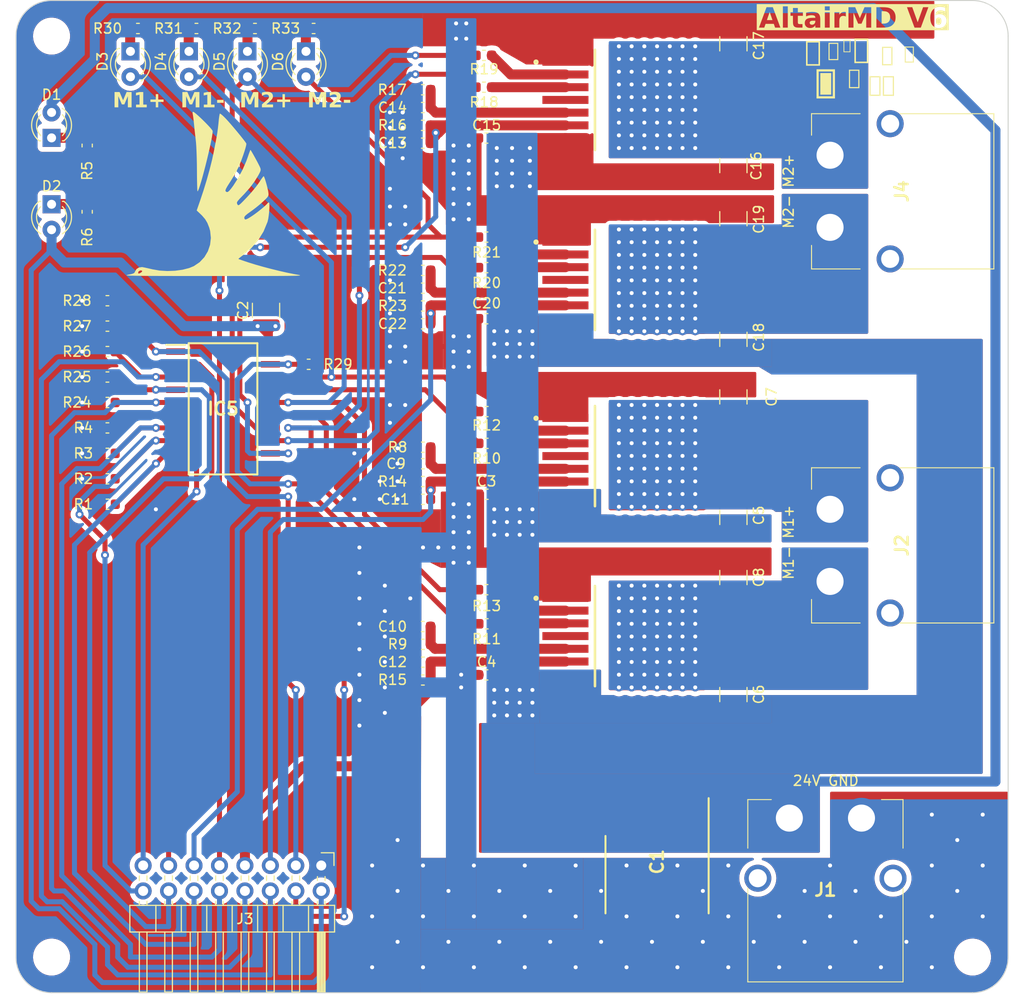
<source format=kicad_pcb>
(kicad_pcb (version 20221018) (generator pcbnew)
  (layers (0 "F.Cu" signal) (31 "B.Cu" signal) (34 "B.Paste" user) (35 "F.Paste" user) (36 "B.SilkS" user "B.Silkscreen") (37 "F.SilkS" user "F.Silkscreen") (38 "B.Mask" user) (39 "F.Mask" user) (44 "Edge.Cuts" user))
  (net 0 "")
  (net 1 "GND")
  (net 2 "Net-(IC1-IN)")
  (net 3 "Net-(IC1-INH)")
  (net 5 "Net-(IC1-SR)")
  (net 6 "IS1")
  (net 7 "M+1")
  (net 8 "Net-(IC2-IN)")
  (net 9 "Net-(IC2-INH)")
  (net 11 "Net-(IC2-SR)")
  (net 12 "IS2")
  (net 13 "Net-(IC3-IN)")
  (net 14 "Net-(IC3-INH)")
  (net 16 "Net-(IC3-SR)")
  (net 17 "IS1_2")
  (net 18 "Net-(IC4-IN)")
  (net 19 "Net-(IC4-INH)")
  (net 21 "Net-(IC4-SR)")
  (net 22 "IS2_2")
  (net 23 "IN1*")
  (net 24 "INH1*")
  (net 25 "IN2*")
  (net 26 "INH2*")
  (net 27 "IN1_2*")
  (net 28 "INH1_2*")
  (net 29 "IN2_2*")
  (net 30 "INH2_2*")
  (net 31 "INH2_2")
  (net 32 "IN2_2")
  (net 33 "INH1_2")
  (net 34 "IN1_2")
  (net 35 "INH2")
  (net 36 "IN2")
  (net 37 "INH1")
  (net 38 "IN1")
  (net 39 "+5V")
  (net 40 "+24V")
  (net 41 "M-1")
  (net 42 "M+2")
  (net 43 "M-2")
  (net 44 "D1")
  (net 45 "D2")
  (net 46 "Net-(D1-K)")
  (net 47 "Net-(D2-K)")
  (net 48 "Net-(D3-K)")
  (net 49 "Net-(D4-K)")
  (net 50 "Net-(D5-K)")
  (net 51 "Net-(D6-K)")
  (footprint "Capacitor_SMD:C_0603_1608Metric" (layer "F.Cu") (at 147.307 95.397)
    (fp_text reference "R8")
    (fp_text value "0.51k")
  )
  (footprint "LED_THT:LED_D3.0mm" (layer "F.Cu") (at 118.11 55.88 -90)
    (fp_text reference "D3")
    (fp_text value "LED")
  )
  (footprint "Capacitor_SMD:C_0603_1608Metric" (layer "F.Cu") (at 153.657 74.422 180)
    (fp_text reference "R21")
    (fp_text value "10k")
  )
  (footprint "Library:PG-TO263-7-1" (layer "F.Cu") (at 173.738 78.696 -90)
    (fp_text reference "IC4" hide)
    (fp_text value "IFX007TAUMA1" hide)
  )
  (footprint "Capacitor_SMD:C_0603_1608Metric" (layer "F.Cu") (at 153.403 59.456)
    (fp_text reference "R18")
    (fp_text value "10k")
  )
  (footprint "MountingHole:MountingHole_3.2mm_M3" (layer "F.Cu") (at 110.236 54.356)
    (fp_text reference "H1" hide)
    (fp_text value "MountingHole")
  )
  (footprint "MountingHole:MountingHole_3.2mm_M3" (layer "F.Cu") (at 202.184 54.356)
    (fp_text reference "H2" hide)
    (fp_text value "MountingHole")
  )
  (footprint "Capacitor_SMD:C_0603_1608Metric" (layer "F.Cu") (at 153.657 118.13 180)
    (fp_text reference "C4")
    (fp_text value "100nf")
  )
  (footprint "Capacitor_SMD:C_0603_1608Metric" (layer "F.Cu") (at 153.657 64.536 180)
    (fp_text reference "C15")
    (fp_text value "100nf")
  )
  (footprint "Capacitor_SMD:C_0603_1608Metric" (layer "F.Cu") (at 147.307 118.638)
    (fp_text reference "R15")
    (fp_text value "1k")
  )
  (footprint "MountingHole:MountingHole_3.2mm_M3" (layer "F.Cu") (at 202.184 146.304)
    (fp_text reference "H4" hide)
    (fp_text value "MountingHole")
  )
  (footprint "LED_THT:LED_D3.0mm" (layer "F.Cu") (at 129.794 55.88 -90)
    (fp_text reference "D5")
    (fp_text value "LED")
  )
  (footprint "Capacitor_SMD:C_0603_1608Metric" (layer "F.Cu") (at 147.307 83.078 180)
    (fp_text reference "C22")
    (fp_text value "1nf")
  )
  (footprint "LED_THT:LED_D3.0mm" (layer "F.Cu") (at 123.952 55.88 -90)
    (fp_text reference "D4")
    (fp_text value "LED")
  )
  (footprint "Capacitor_SMD:C_0603_1608Metric" (layer "F.Cu") (at 147.307 100.604 180)
    (fp_text reference "C11")
    (fp_text value "1nf")
  )
  (footprint "Capacitor_SMD:C_0603_1608Metric" (layer "F.Cu") (at 113.792 71.895 -90)
    (fp_text reference "R6")
    (fp_text value "0.51k")
  )
  (footprint "Capacitor_SMD:C_1210_3225Metric" (layer "F.Cu") (at 131.647 81.739 90)
    (fp_text reference "C2")
    (fp_text value "220nf")
  )
  (footprint "LED_THT:LED_D3.0mm" (layer "F.Cu") (at 110.236 64.516 90)
    (fp_text reference "D1")
    (fp_text value "LED")
  )
  (footprint "Capacitor_SMD:C_0603_1608Metric" (layer "F.Cu") (at 115.811 88.392 180)
    (fp_text reference "R25")
    (fp_text value "33KΩ")
  )
  (footprint "Capacitor_SMD:C_0603_1608Metric" (layer "F.Cu") (at 136.398 53.594)
    (fp_text reference "R33")
    (fp_text value "0.51k")
  )
  (footprint "SamacSys_Parts:XT60PWM" (layer "F.Cu") (at 187.96 69.85 -90)
    (fp_text reference "J4")
    (fp_text value "Conn_01x02" hide)
  )
  (footprint "Capacitor_SMD:C_0603_1608Metric" (layer "F.Cu") (at 147.307 79.522 180)
    (fp_text reference "C21")
    (fp_text value "100nf")
  )
  (footprint "Capacitor_SMD:C_1210_3225Metric" (layer "F.Cu") (at 178.308 90.375 90)
    (fp_text reference "C7")
    (fp_text value "220nf")
  )
  (footprint "Capacitor_SMD:C_0603_1608Metric" (layer "F.Cu") (at 153.683 91.841)
    (fp_text reference "R12")
    (fp_text value "10k")
  )
  (footprint "Capacitor_SMD:C_0603_1608Metric" (layer "F.Cu") (at 115.811 83.312 180)
    (fp_text reference "R27")
    (fp_text value "33KΩ")
  )
  (footprint "Library:PG-TO263-7-1" (layer "F.Cu") (at 173.738 96.286 -90)
    (fp_text reference "IC1" hide)
    (fp_text value "IFX007TAUMA1" hide)
  )
  (footprint "Capacitor_SMD:C_0603_1608Metric" (layer "F.Cu") (at 147.303 65.044 180)
    (fp_text reference "C13")
    (fp_text value "1nf")
  )
  (footprint "Connector_PinHeader_2.54mm:PinHeader_2x08_P2.54mm_Horizontal" (layer "F.Cu") (at 137.16 137.16 -90)
    (fp_text reference "J3")
    (fp_text value "Conn_02x08_Odd_Even")
  )
  (footprint "SamacSys_Parts:CAPAE1030X1080N" (layer "F.Cu") (at 170.688 136.788 -90)
    (fp_text reference "C1")
    (fp_text value "UUD1V331MNL1GS330μf" hide)
  )
  (footprint "Capacitor_SMD:C_0603_1608Metric" (layer "F.Cu") (at 147.307 97.048 180)
    (fp_text reference "C9")
    (fp_text value "100nf")
  )
  (footprint "MountingHole:MountingHole_3.2mm_M3" (layer "F.Cu") (at 110.236 146.304)
    (fp_text reference "H3" hide)
    (fp_text value "MountingHole")
  )
  (footprint "Capacitor_SMD:C_1210_3225Metric" (layer "F.Cu") (at 178.308 108.409 90)
    (fp_text reference "C8")
    (fp_text value "220nf")
  )
  (footprint "Capacitor_SMD:C_0603_1608Metric" (layer "F.Cu") (at 115.811 80.772 180)
    (fp_text reference "R28")
    (fp_text value "33KΩ")
  )
  (footprint "Capacitor_SMD:C_1210_3225Metric" (layer "F.Cu") (at 178.308 72.586 90)
    (fp_text reference "C19")
    (fp_text value "220nf")
  )
  (footprint "Capacitor_SMD:C_0603_1608Metric" (layer "F.Cu") (at 153.657 82.57 180)
    (fp_text reference "C20")
    (fp_text value "100nf")
  )
  (footprint "Capacitor_SMD:C_0603_1608Metric" (layer "F.Cu") (at 135.903 87.122)
    (fp_text reference "R29")
    (fp_text value "33KΩ")
  )
  (footprint "Capacitor_SMD:C_0603_1608Metric" (layer "F.Cu") (at 124.701 53.594)
    (fp_text reference "R31")
    (fp_text value "0.51k")
  )
  (footprint "Capacitor_SMD:C_1210_3225Metric" (layer "F.Cu") (at 178.308 55.118 90)
    (fp_text reference "C17")
    (fp_text value "220nf")
  )
  (footprint "Capacitor_SMD:C_0603_1608Metric" (layer "F.Cu") (at 115.811 98.552 180)
    (fp_text reference "R2")
    (fp_text value "33KΩ")
  )
  (footprint "LED_THT:LED_D3.0mm" (layer "F.Cu") (at 110.236 71.146 -90)
    (fp_text reference "D2")
    (fp_text value "LED")
  )
  (footprint "Capacitor_SMD:C_0603_1608Metric" (layer "F.Cu") (at 153.683 100.096 180)
    (fp_text reference "C3")
    (fp_text value "100nf")
  )
  (footprint "Capacitor_SMD:C_0603_1608Metric" (layer "F.Cu") (at 153.657 109.621 180)
    (fp_text reference "R13")
    (fp_text value "10k")
  )
  (footprint "Capacitor_SMD:C_0603_1608Metric" (layer "F.Cu") (at 147.307 81.3)
    (fp_text reference "R23")
    (fp_text value "1k")
  )
  (footprint "Capacitor_SMD:C_1210_3225Metric" (layer "F.Cu") (at 178.308 120.093 90)
    (fp_text reference "C6")
    (fp_text value "220nf")
  )
  (footprint "Capacitor_SMD:C_0603_1608Metric" (layer "F.Cu") (at 115.811 90.932 180)
    (fp_text reference "R24")
    (fp_text value "33KΩ")
  )
  (footprint "Capacitor_SMD:C_1210_3225Metric" (layer "F.Cu") (at 178.308 102.411 90)
    (fp_text reference "C5")
    (fp_text value "220nf")
  )
  (footprint "Capacitor_SMD:C_0603_1608Metric" (layer "F.Cu") (at 147.307 116.86 180)
    (fp_text reference "C12")
    (fp_text value "1nf")
  )
  (footprint "Capacitor_SMD:C_0603_1608Metric" (layer "F.Cu") (at 115.811 85.852 180)
    (fp_text reference "R26")
    (fp_text value "33KΩ")
  )
  (footprint "Capacitor_SMD:C_0603_1608Metric" (layer "F.Cu") (at 115.811 93.472 180)
    (fp_text reference "R4")
    (fp_text value "33KΩ")
  )
  (footprint "Capacitor_SMD:C_0603_1608Metric" (layer "F.Cu") (at 147.307 61.488 180)
    (fp_text reference "C14")
    (fp_text value "100nf")
  )
  (footprint "Capacitor_SMD:C_0603_1608Metric" (layer "F.Cu") (at 147.307 115.082)
    (fp_text reference "R9")
    (fp_text value "0.51k")
  )
  (footprint "Library:PG-TO263-7-1" (layer "F.Cu") (at 173.738 114.256 -90)
    (fp_text reference "IC2" hide)
    (fp_text value "IFX007TAUMA1" hide)
  )
  (footprint "Capacitor_SMD:C_0603_1608Metric" (layer "F.Cu") (at 147.294 113.304 180)
    (fp_text reference "C10")
    (fp_text value "100nf")
  )
  (footprint "Capacitor_SMD:C_0603_1608Metric" (layer "F.Cu") (at 147.303 63.266)
    (fp_text reference "R16")
    (fp_text value "1k")
  )
  (footprint "Capacitor_SMD:C_0603_1608Metric" (layer "F.Cu") (at 147.307 98.826)
    (fp_text reference "R14")
    (fp_text value "1k")
  )
  (footprint "Capacitor_SMD:C_0603_1608Metric" (layer "F.Cu") (at 130.543 53.594)
    (fp_text reference "R32")
    (fp_text value "0.51k")
  )
  (footprint "Library:PG-TO263-7-1" (layer "F.Cu") (at 173.738 60.726 -90)
    (fp_text reference "IC3" hide)
    (fp_text value "IFX007TAUMA1" hide)
  )
  (footprint "Capacitor_SMD:C_0603_1608Metric" (layer "F.Cu") (at 147.307 59.71)
    (fp_text reference "R17")
    (fp_text value "0.51k")
  )
  (footprint "Capacitor_SMD:C_1210_3225Metric" (layer "F.Cu") (at 178.308 84.631 90)
    (fp_text reference "C18")
    (fp_text value "220nf")
  )
  (footprint "SamacSys_Parts:SOIC127P1030X250-20N" (layer "F.Cu") (at 127.355 91.567)
    (fp_text reference "IC5")
    (fp_text value "74HC244D" hide)
  )
  (footprint "SamacSys_Parts:XT60PWM" (layer "F.Cu") (at 187.496 132.43 180)
    (fp_text reference "J1")
    (fp_text value "Conn_01x02" hide)
  )
  (footprint "Capacitor_SMD:C_0603_1608Metric" (layer "F.Cu") (at 115.824 101.092 180)
    (fp_text reference "R1")
    (fp_text value "33KΩ")
  )
  (footprint "LED_THT:LED_D3.0mm" (layer "F.Cu") (at 135.636 55.88 -90)
    (fp_text reference "D6")
    (fp_text value "LED")
  )
  (footprint "Capacitor_SMD:C_0603_1608Metric" (layer "F.Cu") (at 153.657 77.47 180)
    (fp_text reference "R20")
    (fp_text value "10k")
  )
  (footprint "Capacitor_SMD:C_0603_1608Metric" (layer "F.Cu") (at 153.683 95.016)
    (fp_text reference "R10")
    (fp_text value "10k")
  )
  (footprint "Capacitor_SMD:C_1210_3225Metric" (layer "F.Cu") (at 178.308 67.281 90)
    (fp_text reference "C16")
    (fp_text value "220nf")
  )
  (footprint "Library:sken" (layer "F.Cu") (at 126.492 76.548813)
    (fp_text reference "G***" hide)
    (fp_text value "LOGO" hide)
  )
  (footprint "Capacitor_SMD:C_0603_1608Metric" (layer "F.Cu") (at 153.683 113.03 180)
    (fp_text reference "R11")
    (fp_text value "10k")
  )
  (footprint "Capacitor_SMD:C_0603_1608Metric" (layer "F.Cu") (at 113.792 65.278 -90)
    (fp_text reference "R5")
    (fp_text value "0.51k")
  )
  (footprint "Capacitor_SMD:C_0603_1608Metric" (layer "F.Cu") (at 153.403 56.281)
    (fp_text reference "R19")
    (fp_text value "10k")
  )
  (footprint "Capacitor_SMD:C_0603_1608Metric" (layer "F.Cu") (at 147.307 77.744)
    (fp_text reference "R22")
    (fp_text value "0.51k")
  )
  (footprint "SamacSys_Parts:XT60PWM" (layer "F.Cu") (at 187.96 105.2 -90)
    (fp_text reference "J2")
    (fp_text value "Conn_01x02" hide)
  )
  (footprint "Capacitor_SMD:C_0603_1608Metric" (layer "F.Cu") (at 118.859 53.594)
    (fp_text reference "R30")
    (fp_text value "0.51k")
  )
  (footprint "Capacitor_SMD:C_0603_1608Metric" (layer "F.Cu") (at 115.811 96.012 180)
    (fp_text reference "R3")
    (fp_text value "33KΩ")
  )
  (gr_arc (start 205.74 146.304) (mid 204.698472 148.818472) (end 202.184 149.86) (stroke (width 0.1)) (layer "Edge.Cuts"))
  (gr_arc (start 110.236 149.86) (mid 107.721528 148.818472) (end 106.68 146.304) (stroke (width 0.1)) (layer "Edge.Cuts"))
  (gr_arc (start 202.184 50.8) (mid 204.698472 51.841528) (end 205.74 54.356) (stroke (width 0.1)) (layer "Edge.Cuts"))
  (gr_line (start 110.236 149.86) (end 202.184 149.86) (stroke (width 0.1)) (layer "Edge.Cuts"))
  (gr_arc (start 106.68 54.356) (mid 107.721528 51.841528) (end 110.236 50.8) (stroke (width 0.1)) (layer "Edge.Cuts"))
  (gr_line (start 110.236 50.8) (end 202.184 50.8) (stroke (width 0.1)) (layer "Edge.Cuts"))
  (gr_line (start 205.74 146.304) (end 205.74 54.356) (stroke (width 0.1)) (layer "Edge.Cuts"))
  (gr_line (start 106.68 54.356) (end 106.68 146.304) (stroke (width 0.1)) (layer "Edge.Cuts"))
  (gr_text "電" (at 186.69 60.198) (layer "F.SilkS" knockout) (effects (font (size 2 2)) (justify left bottom)))
  (gr_text "AltairMD V6\n" (at 180.848 53.848) (layer "F.SilkS" knockout) (effects (font (size 2 2) (thickness 0.2) bold italic) (justify left bottom)))
  (gr_text "の" (at 195.326 56.896) (layer "F.SilkS") (effects (font (size 1.3 1.3)) (justify left bottom)))
  (gr_text "M2- M2+" (at 184.404 73.66 90) (layer "F.SilkS") (effects (font (size 1 1)) (justify left bottom)))
  (gr_text "と" (at 185.42 57.15) (layer "F.SilkS") (effects (font (size 2 2) (thickness 0.3) bold) (justify left bottom)))
  (gr_text "専" (at 193.04 57.15) (layer "F.SilkS") (effects (font (size 1.5 1.5)) (justify left bottom)))
  (gr_text "M1- M1+ " (at 184.404 108.712 90) (layer "F.SilkS") (effects (font (size 1 1)) (justify left bottom)))
  (gr_text "回路" (at 191.77 60.198) (layer "F.SilkS") (effects (font (size 1.6 1.6)) (justify left bottom)))
  (gr_text "M1+  M1-  M2+  M2-" (at 116.332 61.722) (layer "F.SilkS") (effects (font (size 1.5 1.5) (thickness 0.3) bold) (justify left bottom)))
  (gr_text "高" (at 190.246 56.896) (layer "F.SilkS") (effects (font (size 2 2)) (justify left bottom)))
  (gr_text "あ" (at 187.706 56.642) (layer "F.SilkS") (effects (font (size 1.4 1.4) (thickness 0.3) bold) (justify left bottom)))
  (gr_text "動" (at 189.738 59.436) (layer "F.SilkS") (effects (font (size 1.5 1.5)) (justify left bottom)))
  (gr_text "る" (at 189.23 55.88) (layer "F.SilkS") (effects (font (size 1 1)) (justify left bottom)))
  (gr_text "24V GND" (at 184.15 129.286) (layer "F.SilkS") (effects (font (size 1 1)) (justify left bottom)))
  (segment (start 137.16 53.581) (end 137.173 53.594) (width 0.5) (layer "F.Cu") (net 1))
  (segment (start 131.318 53.594) (end 131.318 52.324) (width 0.5) (layer "F.Cu") (net 1))
  (segment (start 151.15 118.13) (end 151.13 118.11) (width 0.5) (layer "F.Cu") (net 1))
  (segment (start 115.049 101.092) (end 115.049 81.534) (width 0.5) (layer "F.Cu") (net 1))
  (segment (start 151.13 119.38) (end 151.13 118.496) (width 2) (layer "F.Cu") (net 1))
  (segment (start 146.519 113.304) (end 146.519 118.625) (width 0.5) (layer "F.Cu") (net 1))
  (segment (start 152.882 84.862) (end 152.882 82.57) (width 0.5) (layer "F.Cu") (net 1))
  (segment (start 113.792 72.67) (end 115.049 73.927) (width 0.5) (layer "F.Cu") (net 1))
  (segment (start 152.4 85.344) (end 152.882 84.862) (width 0.5) (layer "F.Cu") (net 1))
  (segment (start 134.112 80.264) (end 131.647 80.264) (width 0.5) (layer "F.Cu") (net 1))
  (segment (start 115.049 80.785) (end 115.036 80.772) (width 0.5) (layer "F.Cu") (net 1))
  (segment (start 125.476 53.594) (end 125.476 52.324) (width 0.5) (layer "F.Cu") (net 1))
  (segment (start 115.049 81.534) (end 115.049 80.785) (width 0.5) (layer "F.Cu") (net 1))
  (segment (start 147.32 85.344) (end 152.4 85.344) (width 0.5) (layer "F.Cu") (net 1))
  (segment (start 146.532 59.71) (end 146.532 65.04) (width 0.5) (layer "F.Cu") (net 1))
  (segment (start 146.532 95.397) (end 146.532 100.604) (width 0.5) (layer "F.Cu") (net 1))
  (segment (start 136.678 82.83) (end 134.112 80.264) (width 0.5) (layer "F.Cu") (net 1))
  (segment (start 146.532 65.04) (end 146.528 65.044) (width 0.5) (layer "F.Cu") (net 1))
  (segment (start 146.532 83.078) (end 146.532 84.556) (width 0.5) (layer "F.Cu") (net 1))
  (segment (start 136.926 83.078) (end 146.532 83.078) (width 0.5) (layer "F.Cu") (net 1))
  (segment (start 115.049 73.927) (end 115.049 81.534) (width 0.5) (layer "F.Cu") (net 1))
  (segment (start 120.904 52.324) (end 125.476 52.324) (width 0.5) (layer "F.Cu") (net 1))
  (segment (start 131.318 52.324) (end 137.16 52.324) (width 0.5) (layer "F.Cu") (net 1))
  (segment (start 146.519 118.625) (end 146.532 118.638) (width 0.5) (layer "F.Cu") (net 1))
  (segment (start 146.532 84.556) (end 147.32 85.344) (width 0.5) (layer "F.Cu") (net 1))
  (segment (start 152.882 118.13) (end 151.15 118.13) (width 1) (layer "F.Cu") (net 1))
  (segment (start 119.634 53.594) (end 120.904 52.324) (width 0.5) (layer "F.Cu") (net 1))
  (segment (start 136.678 87.122) (end 136.678 82.83) (width 0.5) (layer "F.Cu") (net 1))
  (segment (start 136.678 82.83) (end 136.926 83.078) (width 0.5) (layer "F.Cu") (net 1))
  (segment (start 125.476 52.324) (end 131.318 52.324) (width 0.5) (layer "F.Cu") (net 1))
  (segment (start 137.16 52.324) (end 137.16 53.581) (width 0.5) (layer "F.Cu") (net 1))
  (segment (start 146.532 77.744) (end 146.532 83.078) (width 0.5) (layer "F.Cu") (net 1))
  (segment (start 140.462 96.012) (end 140.462 100.584) (width 1) (layer "F.Cu") (net 1))
  (via (at 154.94 144.78) (size 0.8) (drill 0.4) (layers "F.Cu" "B.Cu") (net 1))
  (via (at 145.542 73.152) (size 0.8) (drill 0.4) (layers "F.Cu" "B.Cu") (net 1))
  (via (at 150.368 72.644) (size 0.8) (drill 0.4) (layers "F.Cu" "B.Cu") (net 1))
  (via (at 200.66 134.62) (size 0.8) (drill 0.4) (layers "F.Cu" "B.Cu") (net 1))
  (via (at 140.97 120.65) (size 0.8) (drill 0.4) (layers "F.Cu" "B.Cu") (net 1))
  (via (at 145.288 66.548) (size 0.8) (drill 0.4) (layers "F.Cu" "B.Cu") (net 1))
  (via (at 113.284 80.772) (size 0.8) (drill 0.4) (layers "F.Cu" "B.Cu") (net 1))
  (via (at 147.32 137.16) (size 0.8) (drill 0.4) (layers "F.Cu" "B.Cu") (net 1))
  (via (at 195.58 144.78) (size 0.8) (drill 0.4) (layers "F.Cu" "B.Cu") (net 1))
  (via (at 151.892 101.092) (size 0.8) (drill 0.4) (layers "F.Cu" "B.Cu") (net 1))
  (via (at 151.892 84.328) (size 0.8) (drill 0.4) (layers "F.Cu" "B.Cu") (net 1))
  (via (at 182.88 147.32) (size 0.8) (drill 0.4) (layers "F.Cu" "B.Cu") (net 1))
  (via (at 145.288 65.024) (size 0.8) (drill 0.4) (layers "F.Cu" "B.Cu") (net 1))
  (via (at 157.48 147.32) (size 0.8) (drill 0.4) (layers "F.Cu" "B.Cu") (net 1))
  (via (at 149.86 139.7) (size 0.8) (drill 0.4) (layers "F.Cu" "B.Cu") (net 1))
  (via (at 160.02 144.78) (size 0.8) (drill 0.4) (layers "F.Cu" "B.Cu") (net 1))
  (via (at 203.2 137.16) (size 0.8) (drill 0.4) (layers "F.Cu" "B.Cu") (net 1))
  (via (at 151.892 65.278) (size 0.8) (drill 0.4) (layers "F.Cu" "B.Cu") (net 1))
  (via (at 140.462 100.584) (size 0.8) (drill 0.4) (layers "F.Cu" "B.Cu") (net 1))
  (via (at 198.12 147.32) (size 0.8) (drill 0.4) (layers "F.Cu" "B.Cu") (net 1))
  (via (at 147.32 142.24) (size 0.8) (drill 0.4) (layers "F.Cu" "B.Cu") (net 1))
  (via (at 162.56 147.32) (size 0.8) (drill 0.4) (layers "F.Cu" "B.Cu") (net 1))
  (via (at 151.892 85.852) (size 0.8) (drill 0.4) (layers "F.Cu" "B.Cu") (net 1))
  (via (at 145.288 61.976) (size 0.8) (drill 0.4) (layers "F.Cu" "B.Cu") (net 1))
  (via (at 152.4 147.32) (size 0.8) (drill 0.4) (layers "F.Cu" "B.Cu") (net 1))
  (via (at 147.32 105.41) (size 0.8) (drill 0.4) (layers "F.Cu" "B.Cu") (net 1))
  (via (at 157.48 137.16) (size 0.8) (drill 0.4) (layers "F.Cu" "B.Cu") (net 1))
  (via (at 170.18 144.78) (size 0.8) (drill 0.4) (layers "F.Cu" "B.Cu") (net 1))
  (via (at 144.018 71.374) (size 0.8) (drill 0.4) (layers "F.Cu" "B.Cu") (net 1))
  (via (at 185.42 144.78) (size 0.8) (drill 0.4) (layers "F.Cu" "B.Cu") (net 1))
  (via (at 203.2 142.24) (size 0.8) (drill 0.4) (layers "F.Cu" "B.Cu") (net 1))
  (via (at 146.05 110.49) (size 0.8) (drill 0.4) (layers "F.Cu" "B.Cu") (net 1))
  (via (at 144.018 86.868) (size 0.8) (drill 0.4) (layers "F.Cu" "B.Cu") (net 1))
  (via (at 198.12 137.16) (size 0.8) (drill 0.4) (layers "F.Cu" "B.Cu") (net 1))
  (via (at 187.96 147.32) (size 0.8) (drill 0.4) (layers "F.Cu" "B.Cu") (net 1))
  (via (at 144.018 83.82) (size 0.8) (drill 0.4) (layers "F.Cu" "B.Cu") (net 1))
  (via (at 144.78 139.7) (size 0.8) (drill 0.4) (layers "F.Cu" "B.Cu") (net 1))
  (via (at 172.72 137.16) (size 0.8) (drill 0.4) (layers "F.Cu" "B.Cu") (net 1))
  (via (at 150.368 85.852) (size 0.8) (drill 0.4) (layers "F.Cu" "B.Cu") (net 1))
  (via (at 150.368 84.328) (size 0.8) (drill 0.4) (layers "F.Cu" "B.Cu") (net 1))
  (via (at 151.638 54.61) (size 0.8) (drill 0.4) (layers "F.Cu" "B.Cu") (net 1))
  (via (at 143.51 114.3) (size 0.8) (drill 0.4) (layers "F.Cu" "B.Cu") (net 1))
  (via (at 193.04 147.32) (size 0.8) (drill 0.4) (layers "F.Cu" "B.Cu") (net 1))
  (via (at 151.638 53.086) (size 0.8) (drill 0.4) (layers "F.Cu" "B.Cu") (net 1))
  (via (at 142.24 147.32) (size 0.8) (drill 0.4) (layers "F.Cu" "B.Cu") (net 1))
  (via (at 113.284 90.932) (size 0.8) (drill 0.4) (layers "F.Cu" "B.Cu") (net 1))
  (via (at 165.1 139.7) (size 0.8) (drill 0.4) (layers "F.Cu" "B.Cu") (net 1))
  (via (at 143.51 116.84) (size 0.8) (drill 0.4) (layers "F.Cu" "B.Cu") (net 1))
  (via (at 182.88 142.24) (size 0.8) (drill 0.4) (layers "F.Cu" "B.Cu") (net 1))
  (via (at 144.018 65.024) (size 0.8) (drill 0.4) (layers "F.Cu" "B.Cu") (net 1))
  (via (at 150.368 103.886) (size 0.8) (drill 0.4) (layers "F.Cu" "B.Cu") (net 1))
  (via (at 150.368 69.596) (size 0.8) (drill 0.4) (layers "F.Cu" "B.Cu") (net 1))
  (via (at 167.64 147.32) (size 0.8) (drill 0.4) (layers "F.Cu" "B.Cu") (net 1))
  (via (at 113.284 93.472) (size 0.8) (drill 0.4) (layers "F.Cu" "B.Cu") (net 1))
  (via (at 113.284 85.852) (size 0.8) (drill 0.4) (layers "F.Cu" "B.Cu") (net 1))
  (via (at 142.24 137.16) (size 0.8) (drill 0.4) (layers "F.Cu" "B.Cu") (net 1))
  (via (at 150.368 68.072) (size 0.8) (drill 0.4) (layers "F.Cu" "B.Cu") (net 1))
  (via (at 145.542 85.344) (size 0.8) (drill 0.4) (layers "F.Cu" "B.Cu") (net 1))
  (via (at 151.13 118.11) (size 0.8) (drill 0.4) (layers "F.Cu" "B.Cu") (net 1))
  (via (at 177.8 137.16) (size 0.8) (drill 0.4) (layers "F.Cu" "B.Cu") (net 1))
  (via (at 140.97 118.11) (size 0.8) (drill 0.4) (layers "F.Cu" "B.Cu") (net 1))
  (via (at 150.622 53.086) (size 0.8) (drill 0.4) (layers "F.Cu" "B.Cu") (net 1))
  (via (at 113.284 98.552) (size 0.8) (drill 0.4) (layers "F.Cu" "B.Cu") (net 1))
  (via (at 140.462 96.012) (size 0.8) (drill 0.4) (layers "F.Cu" "B.Cu") (net 1))
  (via (at 143.51 109.22) (size 0.8) (drill 0.4) (layers "F.Cu" "B.Cu") (net 1))
  (via (at 150.368 106.934) (size 0.8) (drill 0.4) (layers "F.Cu" "B.Cu") (net 1))
  (via (at 149.86 144.78) (size 0.8) (drill 0.4) (layers "F.Cu" "B.Cu") (net 1))
  (via (at 177.8 147.32) (size 0.8) (drill 0.4) (layers "F.Cu" "B.Cu") (net 1))
  (via (at 162.56 142.24) (size 0.8) (drill 0.4) (layers "F.Cu" "B.Cu") (net 1))
  (via (at 151.892 87.376) (size 0.8) (drill 0.4) (layers "F.Cu" "B.Cu") (net 1))
  (via (at 142.24 142.24) (size 0.8) (drill 0.4) (layers "F.Cu" "B.Cu") (net 1))
  (via (at 175.26 139.7) (size 0.8) (drill 0.4) (layers "F.Cu" "B.Cu") (net 1))
  (via (at 151.892 103.886) (size 0.8) (drill 0.4) (layers "F.Cu" "B.Cu") (net 1))
  (via (at 151.892 72.644) (size 0.8) (drill 0.4) (layers "F.Cu" "B.Cu") (net 1))
  (via (at 167.64 137.16) (size 0.8) (drill 0.4) (layers "F.Cu" "B.Cu") (net 1))
  (via (at 144.78 98.806) (size 0.8) (drill 0.4) (layers "F.Cu" "B.Cu") (net 1))
  (via (at 143.51 111.76) (size 0.8) (drill 0.4) (layers "F.Cu" "B.Cu") (net 1))
  (via (at 151.892 68.072) (size 0.8) (drill 0.4) (layers "F.Cu" "B.Cu") (net 1))
  (via (at 160.02 139.7) (size 0.8) (drill 0.4) (layers "F.Cu" "B.Cu") (net 1))
  (via (at 180.34 144.78) (size 0.8) (drill 0.4) (layers "F.Cu" "B.Cu") (net 1))
  (via (at 143.002 100.584) (size 0.8) (drill 0.4) (layers "F.Cu" "B.Cu") (net 1))
  (via (at 144.018 73.152) (size 0.8) (drill 0.4) (layers "F.Cu" "B.Cu") (net 1))
  (via (at 150.368 105.41) (size 0.8) (drill 0.4) (layers "F.Cu" "B.Cu") (net 1))
  (via (at 150.368 66.802) (size 0.8) (drill 0.4) (layers "F.Cu" "B.Cu") (net 1))
  (via (at 145.542 71.374) (size 0.8) (drill 0.4) (layers "F.Cu" "B.Cu") (net 1))
  (via (at 150.368 101.092) (size 0.8) (drill 0.4) (layers "F.Cu" "B.Cu") (net 1))
  (via (at 151.892 69.596) (size 0.8) (drill 0.4) (layers "F.Cu" "B.Cu") (net 1))
  (via (at 151.892 71.12) (size 0.8) (drill 0.4) (layers "F.Cu" "B.Cu") (net 1))
  (via (at 113.284 96.012) (size 0.8) (drill 0.4) (layers "F.Cu" "B.Cu") (net 1))
  (via (at 172.72 142.24) (size 0.8) (drill 0.4) (layers "F.Cu" "B.Cu") (net 1))
  (via (at 140.97 110.49) (size 0.8) (drill 0.4) (layers "F.Cu" "B.Cu") (net 1))
  (via (at 175.26 144.78) (size 0.8) (drill 0.4) (layers "F.Cu" "B.Cu") (net 1))
  (via (at 140.97 105.41) (size 0.8) (drill 0.4) (layers "F.Cu" "B.Cu") (net 1))
  (via (at 151.13 119.38) (size 0.8) (drill 0.4) (layers "F.Cu" "B.Cu") (net 1))
  (via (at 200.66 139.7) (size 0.8) (drill 0.4) (layers "F.Cu" "B.Cu") (net 1))
  (via (at 143.002 98.806) (size 0.8) (drill 0.4) (layers "F.Cu" "B.Cu") (net 1))
  (via (at 144.018 80.518) (size 0.8) (drill 0.4) (layers "F.Cu" "B.Cu") (net 1))
  (via (at 190.5 144.78) (size 0.8) (drill 0.4) (layers "F.Cu" "B.Cu") (net 1))
  (via (at 144.018 82.042) (size 0.8) (drill 0.4) (layers "F.Cu" "B.Cu") (net 1))
  (via (at 167.64 142.24) (size 0.8) (drill 0.4) (layers "F.Cu" "B.Cu") (net 1))
  (via (at 198.12 142.24) (size 0.8) (drill 0.4) (layers "F.Cu" "B.Cu") (net 1))
  (via (at 154.94 139.7) (size 0.8) (drill 0.4) (layers "F.Cu" "B.Cu") (net 1))
  (via (at 120.65 101.6) (size 0.8) (drill 0.4) (layers "F.Cu" "B.Cu") (net 1))
  (via (at 165.1 144.78) (size 0.8) (drill 0.4) (layers "F.Cu" "B.Cu") (net 1))
  (via (at 144.78 100.584) (size 0.8) (drill 0.4) (layers "F.Cu" "B.Cu") (net 1))
  (via (at 144.78 134.62) (size 0.8) (drill 0.4) (layers "F.Cu" "B.Cu") (net 1))
  (via (at 113.284 83.312) (size 0.8) (drill 0.4) (layers "F.Cu" "B.Cu") (net 1))
  (via (at 143.51 121.92) (size 0.8) (drill 0.4) (layers "F.Cu" "B.Cu") (net 1))
  (via (at 150.368 71.12) (size 0.8) (drill 0.4) (layers "F.Cu" "B.Cu") (net 1))
  (via (at 144.018 91.186) (size 0.8) (drill 0.4) (layers "F.Cu" "B.Cu") (net 1))
  (via (at 145.542 91.186) (size 0.8) (drill 0.4) (layers "F.Cu" "B.Cu") (net 1))
  (via (at 145.288 63.5) (size 0.8) (drill 0.4) (layers "F.Cu" "B.Cu") (net 1))
  (via (at 144.018 61.976) (size 0.8) (drill 0.4) (layers "F.Cu" "B.Cu") (net 1))
  (via (at 113.284 88.392) (size 0.8) (drill 0.4) (layers "F.Cu" "B.Cu") (net 1))
  (via (at 151.892 102.362) (size 0.8) (drill 0.4) (layers "F.Cu" "B.Cu") (net 1))
  (via (at 162.56 137.16) (size 0.8) (drill 0.4) (layers "F.Cu" "B.Cu") (net 1))
  (via (at 150.368 87.376) (size 0.8) (drill 0.4) (layers "F.Cu" "B.Cu") (net 1))
  (via (at 172.72 147.32) (size 0.8) (drill 0.4) (layers "F.Cu" "B.Cu") (net 1))
  (via (at 150.368 65.278) (size 0.8) (drill 0.4) (layers "F.Cu" "B.Cu") (net 1))
  (via (at 148.844 105.41) (size 0.8) (drill 0.4) (layers "F.Cu" "B.Cu") (net 1))
  (via (at 152.4 137.16) (size 0.8) (drill 0.4) (layers "F.Cu" "B.Cu") (net 1))
  (via (at 145.542 86.868) (size 0.8) (drill 0.4) (layers "F.Cu" "B.Cu") (net 1))
  (via (at 144.78 144.78) (size 0.8) (drill 0.4) (layers "F.Cu" "B.Cu") (net 1))
  (via (at 144.78 97.028) (size 0.8) (drill 0.4) (layers "F.Cu" "B.Cu") (net 1))
  (via (at 177.8 142.24) (size 0.8) (drill 0.4) (layers "F.Cu" "B.Cu") (net 1))
  (via (at 144.018 78.74) (size 0.8) (drill 0.4) (layers "F.Cu" "B.Cu") (net 1))
  (via (at 140.97 123.19) (size 0.8) (drill 0.4) (layers "F.Cu" "B.Cu") (net 1))
  (via (at 152.4 142.24) (size 0.8) (drill 0.4) (layers "F.Cu" "B.Cu") (net 1))
  (via (at 147.32 147.32) (size 0.8) (drill 0.4) (layers "F.Cu" "B.Cu") (net 1))
  (via (at 151.892 66.802) (size 0.8) (drill 0.4) (layers "F.Cu" "B.Cu") (net 1))
  (via (at 140.97 113.03) (size 0.8) (drill 0.4) (layers "F.Cu" "B.Cu") (net 1))
  (via (at 185.42 139.7) (size 0.8) (drill 0.4) (layers "F.Cu" "B.Cu") (net 1))
  (via (at 157.48 142.24) (size 0.8) (drill 0.4) (layers "F.Cu" "B.Cu") (net 1))
  (via (at 187.96 142.24) (size 0.8) (drill 0.4) (layers "F.Cu" "B.Cu") (net 1))
  (via (at 144.018 85.344) (size 0.8) (drill 0.4) (layers "F.Cu" "B.Cu") (net 1))
  (via (at 140.97 115.57) (size 0.8) (drill 0.4) (layers "F.Cu" "B.Cu") (net 1))
  (via (at 140.97 107.95) (size 0.8) (drill 0.4) (layers "F.Cu" "B.Cu") (net 1))
  (via (at 144.018 63.5) (size 0.8) (drill 0.4) (layers "F.Cu" "B.Cu") (net 1))
  (via (at 150.368 102.362) (size 0.8) (drill 0.4) (layers "F.Cu" "B.Cu") (net 1))
  (via (at 144.78 95.504) (size 0.8) (drill 0.4) (layers "F.Cu" "B.Cu") (net 1))
  (via (at 187.96 137.16) (size 0.8) (drill 0.4) (layers "F.Cu" "B.Cu") (net 1))
  (via (at 151.892 106.934) (size 0.8) (drill 0.4) (layers "F.Cu" "B.Cu") (net 1))
  (via (at 144.018 69.596) (size 0.8) (drill 0.4) (layers "F.Cu" "B.Cu") (net 1))
  (via (at 198.12 132.08) (size 0.8) (drill 0.4) (layers "F.Cu" "B.Cu") (net 1))
  (via (at 203.2 132.08) (size 0.8) (drill 0.4) (layers "F.Cu" "B.Cu") (net 1))
  (via (at 193.04 142.24) (size 0.8) (drill 0.4) (layers "F.Cu" "B.Cu") (net 1))
  (via (at 150.622 54.61) (size 0.8) (drill 0.4) (layers "F.Cu" "B.Cu") (net 1))
  (via (at 151.892 105.41) (size 0.8) (drill 0.4) (layers "F.Cu" "B.Cu") (net 1))
  (via (at 144.018 92.964) (size 0.8) (drill 0.4) (layers "F.Cu" "B.Cu") (net 1))
  (via (at 190.5 139.7) (size 0.8) (drill 0.4) (layers "F.Cu" "B.Cu") (net 1))
  (via (at 143.51 119.38) (size 0.8) (drill 0.4) (layers "F.Cu" "B.Cu") (net 1))
  (segment (start 150.876 105.41) (end 143.51 105.41) (width 3) (layer "B.Cu") (net 1))
  (segment (start 151.13 119.38) (end 143.51 119.38) (width 2) (layer "B.Cu") (net 1))
  (segment (start 143.51 105.41) (end 143.51 119.38) (width 3) (layer "B.Cu") (net 1))
  (segment (start 156.363 93.746) (end 161.538 93.746) (width 1) (layer "F.Cu") (net 2))
  (segment (start 154.458 91.841) (end 156.363 93.746) (width 1) (layer "F.Cu") (net 2))
  (segment (start 154.458 95.016) (end 161.538 95.016) (width 1) (layer "F.Cu") (net 3))
  (segment (start 148.082 97.048) (end 148.59 97.556) (width 1) (layer "F.Cu") (net 5))
  (segment (start 148.59 97.556) (end 161.538 97.556) (width 1) (layer "F.Cu") (net 5))
  (segment (start 148.082 95.397) (end 148.082 97.048) (width 1) (layer "F.Cu") (net 5))
  (segment (start 148.082 98.826) (end 148.082 99.695) (width 1) (layer "F.Cu") (net 6))
  (segment (start 148.082 98.826) (end 161.538 98.826) (width 1) (layer "F.Cu") (net 6))
  (via (at 148.082 99.695) (size 0.8) (drill 0.4) (layers "F.Cu" "B.Cu") (net 6))
  (segment (start 148.082 101.854) (end 147.32 102.616) (width 0.5) (layer "B.Cu") (net 6))
  (segment (start 147.32 102.616) (end 133.35 102.616) (width 0.5) (layer "B.Cu") (net 6))
  (segment (start 133.35 102.616) (end 132.08 103.886) (width 0.5) (layer "B.Cu") (net 6))
  (segment (start 148.082 99.695) (end 148.082 101.854) (width 0.5) (layer "B.Cu") (net 6))
  (segment (start 132.08 103.886) (end 132.08 137.16) (width 0.5) (layer "B.Cu") (net 6))
  (via (at 174.498 97.536) (size 0.8) (drill 0.4) (layers "F.Cu" "B.Cu") (net 7))
  (via (at 168.148 96.266) (size 0.8) (drill 0.4) (layers "F.Cu" "B.Cu") (net 7))
  (via (at 169.418 98.806) (size 0.8) (drill 0.4) (layers "F.Cu" "B.Cu") (net 7))
  (via (at 169.418 96.266) (size 0.8) (drill 0.4) (layers "F.Cu" "B.Cu") (net 7))
  (via (at 169.418 93.726) (size 0.8) (drill 0.4) (layers "F.Cu" "B.Cu") (net 7))
  (via (at 170.688 92.456) (size 0.8) (drill 0.4) (layers "F.Cu" "B.Cu") (net 7))
  (via (at 166.878 91.186) (size 0.8) (drill 0.4) (layers "F.Cu" "B.Cu") (net 7))
  (via (at 169.418 91.186) (size 0.8) (drill 0.4) (layers "F.Cu" "B.Cu") (net 7))
  (via (at 166.878 92.456) (size 0.8) (drill 0.4) (layers "F.Cu" "B.Cu") (net 7))
  (via (at 173.228 100.076) (size 0.8) (drill 0.4) (layers "F.Cu" "B.Cu") (net 7))
  (via (at 173.228 97.536) (size 0.8) (drill 0.4) (layers "F.Cu" "B.Cu") (net 7))
  (via (at 174.498 91.186) (size 0.8) (drill 0.4) (layers "F.Cu" "B.Cu") (net 7))
  (via (at 173.228 98.806) (size 0.8) (drill 0.4) (layers "F.Cu" "B.Cu") (net 7))
  (via (at 174.498 100.076) (size 0.8) (drill 0.4) (layers "F.Cu" "B.Cu") (net 7))
  (via (at 173.228 101.346) (size 0.8) (drill 0.4) (layers "F.Cu" "B.Cu") (net 7))
  (via (at 170.688 100.076) (size 0.8) (drill 0.4) (layers "F.Cu" "B.Cu") (net 7))
  (via (at 174.498 96.266) (size 0.8) (drill 0.4) (layers "F.Cu" "B.Cu") (net 7))
  (via (at 168.148 101.346) (size 0.8) (drill 0.4) (layers "F.Cu" "B.Cu") (net 7))
  (via (at 174.498 93.726) (size 0.8) (drill 0.4) (layers "F.Cu" "B.Cu") (net 7))
  (via (at 170.688 98.806) (size 0.8) (drill 0.4) (layers "F.Cu" "B.Cu") (net 7))
  (via (at 174.498 92.456) (size 0.8) (drill 0.4) (layers "F.Cu" "B.Cu") (net 7))
  (via (at 166.878 101.346) (size 0.8) (drill 0.4) (layers "F.Cu" "B.Cu") (net 7))
  (via (at 174.498 101.346) (size 0.8) (drill 0.4) (layers "F.Cu" "B.Cu") (net 7))
  (via (at 169.418 92.456) (size 0.8) (drill 0.4) (layers "F.Cu" "B.Cu") (net 7))
  (via (at 168.148 92.456) (size 0.8) (drill 0.4) (layers "F.Cu" "B.Cu") (net 7))
  (via (at 166.878 98.806) (size 0.8) (drill 0.4) (layers "F.Cu" "B.Cu") (net 7))
  (via (at 168.148 100.076) (size 0.8) (drill 0.4) (layers "F.Cu" "B.Cu") (net 7))
  (via (at 170.688 101.346) (size 0.8) (drill 0.4) (layers "F.Cu" "B.Cu") (net 7))
  (via (at 166.878 93.726) (size 0.8) (drill 0.4) (layers "F.Cu" "B.Cu") (net 7))
  (via (at 171.958 97.536) (size 0.8) (drill 0.4) (layers "F.Cu" "B.Cu") (net 7))
  (via (at 173.228 91.186) (size 0.8) (drill 0.4) (layers "F.Cu" "B.Cu") (net 7))
  (via (at 171.958 101.346) (size 0.8) (drill 0.4) (layers "F.Cu" "B.Cu") (net 7))
  (via (at 168.148 91.186) (size 0.8) (drill 0.4) (layers "F.Cu" "B.Cu") (net 7))
  (via (at 170.688 91.186) (size 0.8) (drill 0.4) (layers "F.Cu" "B.Cu") (net 7))
  (via (at 168.148 98.806) (size 0.8) (drill 0.4) (layers "F.Cu" "B.Cu") (net 7))
  (via (at 166.878 94.996) (size 0.8) (drill 0.4) (layers "F.Cu" "B.Cu") (net 7))
  (via (at 173.228 92.456) (size 0.8) (drill 0.4) (layers "F.Cu" "B.Cu") (net 7))
  (via (at 166.878 100.076) (size 0.8) (drill 0.4) (layers "F.Cu" "B.Cu") (net 7))
  (via (at 169.418 94.996) (size 0.8) (drill 0.4) (layers "F.Cu" "B.Cu") (net 7))
  (via (at 169.418 97.536) (size 0.8) (drill 0.4) (layers "F.Cu" "B.Cu") (net 7))
  (via (at 174.498 98.806) (size 0.8) (drill 0.4) (layers "F.Cu" "B.Cu") (net 7))
  (via (at 166.878 96.266) (size 0.8) (drill 0.4) (layers "F.Cu" "B.Cu") (net 7))
  (via (at 170.688 94.996) (size 0.8) (drill 0.4) (layers "F.Cu" "B.Cu") (net 7))
  (via (at 171.958 91.186) (size 0.8) (drill 0.4) (layers "F.Cu" "B.Cu") (net 7))
  (via (at 173.228 96.266) (size 0.8) (drill 0.4) (layers "F.Cu" "B.Cu") (net 7))
  (via (at 171.958 98.806) (size 0.8) (drill 0.4) (layers "F.Cu" "B.Cu") (net 7))
  (via (at 173.228 93.726) (size 0.8) (drill 0.4) (layers "F.Cu" "B.Cu") (net 7))
  (via (at 170.688 93.726) (size 0.8) (drill 0.4) (layers "F.Cu" "B.Cu") (net 7))
  (via (at 173.228 94.996) (size 0.8) (drill 0.4) (layers "F.Cu" "B.Cu") (net 7))
  (via (at 171.958 94.996) (size 0.8) (drill 0.4) (layers "F.Cu" "B.Cu") (net 7))
  (via (at 168.148 93.726) (size 0.8) (drill 0.4) (layers "F.Cu" "B.Cu") (net 7))
  (via (at 170.688 97.536) (size 0.8) (drill 0.4) (layers "F.Cu" "B.Cu") (net 7))
  (via (at 166.878 97.536) (size 0.8) (drill 0.4) (layers "F.Cu" "B.Cu") (net 7))
  (via (at 171.958 100.076) (size 0.8) (drill 0.4) (layers "F.Cu" "B.Cu") (net 7))
  (via (at 169.418 101.346) (size 0.8) (drill 0.4) (layers "F.Cu" "B.Cu") (net 7))
  (via (at 171.958 92.456) (size 0.8) (drill 0.4) (layers "F.Cu" "B.Cu") (net 7))
  (via (at 168.148 94.996) (size 0.8) (drill 0.4) (layers "F.Cu" "B.Cu") (net 7))
  (via (at 171.958 93.726) (size 0.8) (drill 0.4) (layers "F.Cu" "B.Cu") (net 7))
  (via (at 170.688 96.266) (size 0.8) (drill 0.4) (layers "F.Cu" "B.Cu") (net 7))
  (via (at 174.498 94.996) (size 0.8) (drill 0.4) (layers "F.Cu" "B.Cu") (net 7))
  (via (at 171.958 96.266) (size 0.8) (drill 0.4) (layers "F.Cu" "B.Cu") (net 7))
  (via (at 168.148 97.536) (size 0.8) (drill 0.4) (layers "F.Cu" "B.Cu") (net 7))
  (via (at 169.418 100.076) (size 0.8) (drill 0.4) (layers "F.Cu" "B.Cu") (net 7))
  (segment (start 156.527 111.716) (end 154.432 109.621) (width 1) (layer "F.Cu") (net 8))
  (segment (start 161.538 111.716) (end 156.527 111.716) (width 1) (layer "F.Cu") (net 8))
  (segment (start 154.648 112.986) (end 161.538 112.986) (width 1) (layer "F.Cu") (net 9))
  (segment (start 148.082 115.082) (end 148.082 113.317) (width 1) (layer "F.Cu") (net 11))
  (segment (start 148.082 115.082) (end 148.526 115.526) (width 1) (layer "F.Cu") (net 11))
  (segment (start 148.082 113.317) (end 148.069 113.304) (width 1) (layer "F.Cu") (net 11))
  (segment (start 148.526 115.526) (end 161.538 115.526) (width 1) (layer "F.Cu") (net 11))
  (segment (start 148.082 119.634) (end 140.462 127.254) (width 1) (layer "F.Cu") (net 12))
  (segment (start 140.462 127.254) (end 135.382 127.254) (width 1) (layer "F.Cu") (net 12))
  (segment (start 148.082 118.638) (end 148.082 119.634) (width 1) (layer "F.Cu") (net 12))
  (segment (start 135.382 127.254) (end 129.54 133.096) (width 1) (layer "F.Cu") (net 12))
  (segment (start 148.082 116.86) (end 148.146 116.796) (width 1) (layer "F.Cu") (net 12))
  (segment (start 148.146 116.796) (end 161.538 116.796) (width 1) (layer "F.Cu") (net 12))
  (segment (start 129.54 133.096) (end 129.54 137.16) (width 1) (layer "F.Cu") (net 12))
  (segment (start 148.082 116.86) (end 148.082 118.638) (width 1) (layer "F.Cu") (net 12))
  (segment (start 154.178 56.281) (end 156.083 58.186) (width 1) (layer "F.Cu") (net 13))
  (segment (start 156.083 58.186) (end 161.538 58.186) (width 1) (layer "F.Cu") (net 13))
  (segment (start 154.178 59.456) (end 161.538 59.456) (width 1) (layer "F.Cu") (net 14))
  (segment (start 148.082 59.71) (end 148.082 61.488) (width 1) (layer "F.Cu") (net 16))
  (segment (start 148.59 61.996) (end 148.082 61.488) (width 1) (layer "F.Cu") (net 16))
  (segment (start 161.538 61.996) (end 148.59 61.996) (width 1) (layer "F.Cu") (net 16))
  (segment (start 148.078 65.044) (end 148.078 64.794) (width 1) (layer "F.Cu") (net 17))
  (segment (start 149.606 63.266) (end 148.078 63.266) (width 1) (layer "F.Cu") (net 17))
  (segment (start 145.542 75.438) (end 131.064 75.438) (width 0.5) (layer "F.Cu") (net 17))
  (segment (start 161.538 63.266) (end 149.606 63.266) (width 1) (layer "F.Cu") (net 17))
  (segment (start 148.078 64.794) (end 148.59 64.282) (width 1) (layer "F.Cu") (net 17))
  (segment (start 148.59 64.282) (end 148.59 64.008) (width 1) (layer "F.Cu") (net 17))
  (segment (start 148.864 64.008) (end 149.606 63.266) (width 1) (layer "F.Cu") (net 17))
  (segment (start 148.078 63.266) (end 148.078 65.044) (width 1) (layer "F.Cu") (net 17))
  (segment (start 127 79.756) (end 127 137.16) (width 0.5) (layer "F.Cu") (net 17))
  (segment (start 148.59 64.008) (end 148.864 64.008) (width 1) (layer "F.Cu") (net 17))
  (via (at 131.064 75.438) (size 0.8) (drill 0.4) (layers "F.Cu" "B.Cu") (net 17))
  (via (at 148.59 64.008) (size 0.8) (drill 0.4) (layers "F.Cu" "B.Cu") (net 17))
  (via (at 127 79.756) (size 0.8) (drill 0.4) (layers "F.Cu" "B.Cu") (net 17))
  (via (at 145.542 75.438) (size 0.8) (drill 0.4) (layers "F.Cu" "B.Cu") (net 17))
  (segment (start 127 79.756) (end 127 75.946) (width 0.5) (layer "B.Cu") (net 17))
  (segment (start 127.508 75.438) (end 131.064 75.438) (width 0.5) (layer "B.Cu") (net 17))
  (segment (start 148.59 72.39) (end 145.542 75.438) (width 0.5) (layer "B.Cu") (net 17))
  (segment (start 127 75.946) (end 127.508 75.438) (width 0.5) (layer "B.Cu") (net 17))
  (segment (start 148.59 64.008) (end 148.59 72.39) (width 0.5) (layer "B.Cu") (net 17))
  (segment (start 154.432 74.422) (end 156.166 76.156) (width 1) (layer "F.Cu") (net 18))
  (segment (start 156.166 76.156) (end 161.538 76.156) (width 1) (layer "F.Cu") (net 18))
  (segment (start 154.476 77.426) (end 154.432 77.47) (width 1) (layer "F.Cu") (net 19))
  (segment (start 161.538 77.426) (end 154.476 77.426) (width 1) (layer "F.Cu") (net 19))
  (segment (start 148.526 79.966) (end 161.538 79.966) (width 1) (layer "F.Cu") (net 21))
  (segment (start 148.082 79.522) (end 148.526 79.966) (width 1) (layer "F.Cu") (net 21))
  (segment (start 148.082 77.744) (end 148.082 79.522) (width 1) (layer "F.Cu") (net 21))
  (segment (start 148.082 81.3) (end 148.082 82.042) (width 1) (layer "F.Cu") (net 22))
  (segment (start 148.082 81.3) (end 148.146 81.236) (width 1) (layer "F.Cu") (net 22))
  (segment (start 148.146 81.236) (end 161.538 81.236) (width 1) (layer "F.Cu") (net 22))
  (segment (start 148.082 82.042) (end 148.082 83.078) (width 1) (layer "F.Cu") (net 22))
  (via (at 148.082 82.042) (size 0.8) (drill 0.4) (layers "F.Cu" "B.Cu") (net 22))
  (segment (start 128.778 103.632) (end 130.81 101.6) (width 0.5) (layer "B.Cu") (net 22))
  (segment (start 148.082 90.678) (end 148.082 82.042) (width 0.5) (layer "B.Cu") (net 22))
  (segment (start 124.46 137.16) (end 124.46 134.112) (width 0.5) (layer "B.Cu") (net 22))
  (segment (start 128.778 129.794) (end 128.778 103.632) (width 0.5) (layer "B.Cu") (net 22))
  (segment (start 124.46 134.112) (end 128.778 129.794) (width 0.5) (layer "B.Cu") (net 22))
  (segment (start 130.81 101.6) (end 137.16 101.6) (width 0.5) (layer "B.Cu") (net 22))
  (segment (start 137.16 101.6) (end 148.082 90.678) (width 0.5) (layer "B.Cu") (net 22))
  (segment (start 116.586 84.074) (end 119.634 87.122) (width 0.5) (layer "F.Cu") (net 23))
  (segment (start 121.92 137.16) (end 121.92 133.604) (width 0.5) (layer "F.Cu") (net 23))
  (segment (start 121.92 133.604) (end 126.238 129.286) (width 0.5) (layer "F.Cu") (net 23))
  (segment (start 119.634 87.122) (end 122.63 87.122) (width 0.5) (layer "F.Cu") (net 23))
  (segment (start 124.968 87.122) (end 122.63 87.122) (width 0.5) (layer "F.Cu") (net 23))
  (segment (start 126.238 88.392) (end 124.968 87.122) (width 0.5) (layer "F.Cu") (net 23))
  (segment (start 116.586 83.312) (end 116.586 84.074) (width 0.5) (layer "F.Cu") (net 23))
  (segment (start 126.238 129.286) (end 126.238 88.392) (width 0.5) (layer "F.Cu") (net 23))
  (segment (start 120.65 88.392) (end 122.63 88.392) (width 0.5) (layer "F.Cu") (net 24))
  (segment (start 116.586 85.852) (end 119.126 88.392) (width 0.5) (layer "F.Cu") (net 24))
  (segment (start 119.126 88.392) (end 120.65 88.392) (width 0.5) (layer "F.Cu") (net 24))
  (via (at 120.65 88.392) (size 0.8) (drill 0.4) (layers "F.Cu" "B.Cu") (net 24))
  (segment (start 117.348 86.868) (end 118.872 88.392) (width 0.5) (layer "B.Cu") (net 24))
  (segment (start 132.08 148.082) (end 116.84 148.082) (width 0.5) (layer "B.Cu") (net 24))
  (segment (start 111.287949 140.778) (end 109.79 140.778) (width 0.5) (layer "B.Cu") (net 24))
  (segment (start 110.998 86.868) (end 117.348 86.868) (width 0.5) (layer "B.Cu") (net 24))
  (segment (start 115.824 145.314051) (end 111.287949 140.778) (width 0.5) (layer "B.Cu") (net 24))
  (segment (start 115.824 147.066) (end 115.824 145.314051) (width 0.5) (layer "B.Cu") (net 24))
  (segment (start 109.22 88.646) (end 110.998 86.868) (width 0.5) (layer "B.Cu") (net 24))
  (segment (start 109.79 140.778) (end 109.22 140.208) (width 0.5) (layer "B.Cu") (net 24))
  (segment (start 132.08 139.7) (end 132.08 148.082) (width 0.5) (layer "B.Cu") (net 24))
  (segment (start 118.872 88.392) (end 120.65 88.392) (width 0.5) (layer "B.Cu") (net 24))
  (segment (start 116.84 148.082) (end 115.824 147.066) (width 0.5) (layer "B.Cu") (net 24))
  (segment (start 109.22 140.208) (end 109.22 88.646) (width 0.5) (layer "B.Cu") (net 24))
  (segment (start 120.65 89.662) (end 122.63 89.662) (width 0.5) (layer "F.Cu") (net 25))
  (segment (start 116.586 88.392) (end 117.856 89.662) (width 0.5) (layer "F.Cu") (net 25))
  (segment (start 117.856 89.662) (end 120.65 89.662) (width 0.5) (layer "F.Cu") (net 25))
  (via (at 120.65 89.662) (size 0.8) (drill 0.4) (layers "F.Cu" "B.Cu") (net 25))
  (segment (start 114.046 137.668) (end 114.046 105.918) (width 0.5) (layer "B.Cu") (net 25))
  (segment (start 119.634 143.256) (end 114.046 137.668) (width 0.5) (layer "B.Cu") (net 25))
  (segment (start 121.412 98.552) (end 124.968 98.552) (width 0.5) (layer "B.Cu") (net 25))
  (segment (start 121.92 143.256) (end 119.634 143.256) (width 0.5) (layer "B.Cu") (net 25))
  (segment (start 114.046 105.918) (end 121.412 98.552) (width 0.5) (layer "B.Cu") (net 25))
  (segment (start 121.92 139.7) (end 121.92 143.256) (width 0.5) (layer "B.Cu") (net 25))
  (segment (start 124.968 98.552) (end 125.984 97.536) (width 0.5) (layer "B.Cu") (net 25))
  (segment (start 125.984 90.424) (end 125.222 89.662) (width 0.5) (layer "B.Cu") (net 25))
  (segment (start 125.222 89.662) (end 120.65 89.662) (width 0.5) (layer "B.Cu") (net 25))
  (segment (start 125.984 97.536) (end 125.984 90.424) (width 0.5) (layer "B.Cu") (net 25))
  (segment (start 116.586 90.932) (end 120.65 90.932) (width 0.5) (layer "F.Cu") (net 26))
  (segment (start 120.65 90.932) (end 122.63 90.932) (width 0.5) (layer "F.Cu") (net 26))
  (via (at 120.65 90.932) (size 0.8) (drill 0.4) (layers "F.Cu" "B.Cu") (net 26))
  (segment (start 129.54 145.796) (end 128.016 147.32) (width 0.5) (layer "B.Cu") (net 26))
  (segment (start 111.506 139.7) (end 110.49 139.7) (width 0.5) (layer "B.Cu") (net 26))
  (segment (start 110.49 139.7) (end 110.236 139.446) (width 0.5) (layer "B.Cu") (net 26))
  (segment (start 116.586 90.932) (end 120.65 90.932) (width 0.5) (layer "B.Cu") (net 26))
  (segment (start 110.236 94.234) (end 112.522 91.948) (width 0.5) (layer "B.Cu") (net 26))
  (segment (start 128.016 147.32) (end 117.856 147.32) (width 0.5) (layer "B.Cu") (net 26))
  (segment (start 117.856 147.32) (end 116.84 146.304) (width 0.5) (layer "B.Cu") (net 26))
  (segment (start 112.522 91.948) (end 115.57 91.948) (width 0.5) (layer "B.Cu") (net 26))
  (segment (start 116.84 146.304) (end 116.84 145.034) (width 0.5) (layer "B.Cu") (net 26))
  (segment (start 110.236 139.446) (end 110.236 94.234) (width 0.5) (layer "B.Cu") (net 26))
  (segment (start 116.84 145.034) (end 111.506 139.7) (width 0.5) (layer "B.Cu") (net 26))
  (segment (start 129.54 139.7) (end 129.54 145.796) (width 0.5) (layer "B.Cu") (net 26))
  (segment (start 115.57 91.948) (end 116.586 90.932) (width 0.5) (layer "B.Cu") (net 26))
  (segment (start 124.714 92.202) (end 122.63 92.202) (width 0.5) (layer "F.Cu") (net 27))
  (segment (start 116.586 93.472) (end 117.856 92.202) (width 0.5) (layer "F.Cu") (net 27))
  (segment (start 117.856 92.202) (end 122.63 92.202) (width 0.5) (layer "F.Cu") (net 27))
  (segment (start 124.714 99.822) (end 124.714 92.202) (width 0.5) (layer "F.Cu") (net 27))
  (via (at 124.714 99.822) (size 0.8) (drill 0.4) (layers "F.Cu" "B.Cu") (net 27))
  (segment (start 119.38 105.156) (end 124.714 99.822) (width 0.5) (layer "B.Cu") (net 27))
  (segment (start 119.38 137.16) (end 119.38 105.156) (width 0.5) (layer "B.Cu") (net 27))
  (segment (start 119.126 93.472) (end 120.65 93.472) (width 0.5) (layer "F.Cu") (net 28))
  (segment (start 116.586 96.012) (end 119.126 93.472) (width 0.5) (layer "F.Cu") (net 28))
  (segment (start 120.65 93.472) (end 122.63 93.472) (width 0.5) (layer "F.Cu") (net 28))
  (via (at 120.65 93.472) (size 0.8) (drill 0.4) (layers "F.Cu" "B.Cu") (net 28))
  (segment (start 118.11 146.304) (end 118.11 145.034) (width 0.5) (layer "B.Cu") (net 28))
  (segment (start 111.252 99.06) (end 112.776 97.536) (width 0.5) (layer "B.Cu") (net 28))
  (segment (start 118.11 145.034) (end 111.252 138.176) (width 0.5) (layer "B.Cu") (net 28))
  (segment (start 111.252 138.176) (end 111.252 99.06) (width 0.5) (layer "B.Cu") (net 28))
  (segment (start 115.062 97.536) (end 119.126 93.472) (width 0.5) (layer "B.Cu") (net 28))
  (segment (start 126.238 146.304) (end 118.11 146.304) (width 0.5) (layer "B.Cu") (net 28))
  (segment (start 127 139.7) (end 127 145.542) (width 0.5) (layer "B.Cu") (net 28))
  (segment (start 112.776 97.536) (end 115.062 97.536) (width 0.5) (layer "B.Cu") (net 28))
  (segment (start 127 145.542) (end 126.238 146.304) (width 0.5) (layer "B.Cu") (net 28))
  (segment (start 119.126 93.472) (end 120.65 93.472) (width 0.5) (layer "B.Cu") (net 28))
  (segment (start 116.586 98.552) (end 120.396 94.742) (width 0.5) (layer "F.Cu") (net 29))
  (segment (start 120.65 94.742) (end 122.63 94.742) (width 0.5) (layer "F.Cu") (net 29))
  (segment (start 115.57 104.648) (end 113.03 102.108) (width 0.5) (layer "F.Cu") (net 29))
  (segment (start 115.57 106.172) (end 115.57 104.648) (width 0.5) (layer "F.Cu") (net 29))
  (segment (start 120.396 94.742) (end 120.65 94.742) (width 0.5) (layer "F.Cu") (net 29))
  (via (at 113.03 102.108) (size 0.8) (drill 0.4) (layers "F.Cu" "B.Cu") (net 29))
  (via (at 120.65 94.742) (size 0.8) (drill 0.4) (layers "F.Cu" "B.Cu") (net 29))
  (via (at 115.57 106.172) (size 0.8) (drill 0.4) (layers "F.Cu" "B.Cu") (net 29))
  (segment (start 115.57 137.16) (end 118.11 139.7) (width 0.5) (layer "B.Cu") (net 29))
  (segment (start 118.11 139.7) (end 119.38 139.7) (width 0.5) (layer "B.Cu") (net 29))
  (segment (start 115.57 106.172) (end 115.57 137.16) (width 0.5) (layer "B.Cu") (net 29))
  (segment (start 120.396 94.742) (end 120.65 94.742) (width 0.5) (layer "B.Cu") (net 29))
  (segment (start 114.554 99.314) (end 115.824 99.314) (width 0.5) (layer "B.Cu") (net 29))
  (segment (start 115.824 99.314) (end 120.396 94.742) (width 0.5) (layer "B.Cu") (net 29))
  (segment (start 113.03 100.838) (end 114.554 99.314) (width 0.5) (layer "B.Cu") (net 29))
  (segment (start 113.03 102.108) (end 113.03 100.838) (width 0.5) (layer "B.Cu") (net 29))
  (segment (start 120.6565 97.0345) (end 121.679 96.012) (width 0.5) (layer "F.Cu") (net 30))
  (segment (start 121.679 96.012) (end 122.63 96.012) (width 0.5) (layer "F.Cu") (net 30))
  (segment (start 116.599 101.092) (end 120.6565 97.0345) (width 0.5) (layer "F.Cu") (net 30))
  (via (at 120.6565 97.0345) (size 0.8) (drill 0.4) (layers "F.Cu" "B.Cu") (net 30))
  (segment (start 112.522 137.922) (end 112.522 105.156) (width 0.5) (layer "B.Cu") (net 30))
  (segment (start 119.634 145.034) (end 112.522 137.922) (width 0.5) (layer "B.Cu") (net 30))
  (segment (start 120.6435 97.0345) (end 120.6565 97.0345) (width 0.5) (layer "B.Cu") (net 30))
  (segment (start 112.522 105.156) (end 120.6435 97.0345) (width 0.5) (layer "B.Cu") (net 30))
  (segment (start 124.46 139.7) (end 124.46 145.034) (width 0.5) (layer "B.Cu") (net 30))
  (segment (start 124.46 145.034) (end 119.634 145.034) (width 0.5) (layer "B.Cu") (net 30))
  (segment (start 140.97 77.47) (end 141.986 76.454) (width 0.5) (layer "F.Cu") (net 31))
  (segment (start 141.986 76.454) (end 149.098 76.454) (width 0.5) (layer "F.Cu") (net 31))
  (segment (start 134.366 97.282) (end 132.08 97.282) (width 0.5) (layer "F.Cu") (net 31))
  (segment (start 140.97 80.264) (end 140.97 77.47) (width 0.5) (layer "F.Cu") (net 31))
  (segment (start 136.144 95.504) (end 134.366 97.282) (width 0.5) (layer "F.Cu") (net 31))
  (segment (start 150.114 77.47) (end 152.882 77.47) (width 0.5) (layer "F.Cu") (net 31))
  (segment (start 133.858 93.472) (end 136.144 93.472) (width 0.5) (layer "F.Cu") (net 31))
  (segment (start 136.144 93.472) (end 136.144 95.504) (width 0.5) (layer "F.Cu") (net 31))
  (segment (start 149.098 76.454) (end 150.114 77.47) (width 0.5) (layer "F.Cu") (net 31))
  (via (at 133.858 93.472) (size 0.8) (drill 0.4) (layers "F.Cu" "B.Cu") (net 31))
  (via (at 140.97 80.264) (size 0.8) (drill 0.4) (layers "F.Cu" "B.Cu") (net 31))
  (segment (start 140.97 80.264) (end 140.97 91.186) (width 0.5) (layer "B.Cu") (net 31))
  (segment (start 138.684 93.472) (end 133.858 93.472) (width 0.5) (layer "B.Cu") (net 31))
  (segment (start 140.97 91.186) (end 138.684 93.472) (width 0.5) (layer "B.Cu") (net 31))
  (segment (start 129.032 75.692) (end 129.032 90.17) (width 0.5) (layer "F.Cu") (net 32))
  (segment (start 133.858 96.012) (end 132.08 96.012) (width 0.5) (layer "F.Cu") (net 32))
  (segment (start 147.828 70.612) (end 135.636 58.42) (width 0.5) (layer "F.Cu") (net 32))
  (segment (start 129.032 90.17) (end 129.794 90.932) (width 0.5) (layer "F.Cu") (net 32))
  (segment (start 149.098 74.422) (end 147.828 73.152) (width 0.5) (layer "F.Cu") (net 32))
  (segment (start 149.098 74.422) (end 130.302 74.422) (width 0.5) (layer "F.Cu") (net 32))
  (segment (start 130.302 74.422) (end 129.032 75.692) (width 0.5) (layer "F.Cu") (net 32))
  (segment (start 147.828 73.152) (end 147.828 70.612) (width 0.5) (layer "F.Cu") (net 32))
  (segment (start 152.882 74.422) (end 149.098 74.422) (width 0.5) (layer "F.Cu") (net 32))
  (via (at 133.858 96.012) (size 0.8) (drill 0.4) (layers "F.Cu" "B.Cu") (net 32))
  (via (at 129.794 90.932) (size 0.8) (drill 0.4) (layers "F.Cu" "B.Cu") (net 32))
  (segment (start 129.794 90.932) (end 129.794 95.758) (width 0.5) (layer "B.Cu") (net 32))
  (segment (start 130.048 96.012) (end 133.858 96.012) (width 0.5) (layer "B.Cu") (net 32))
  (segment (start 129.794 95.758) (end 130.048 96.012) (width 0.5) (layer "B.Cu") (net 32))
  (segment (start 151.338 58.166) (end 152.628 59.456) (width 0.5) (layer "F.Cu") (net 33))
  (segment (start 133.858 94.742) (end 132.08 94.742) (width 0.5) (layer "F.Cu") (net 33))
  (segment (start 146.558 58.166) (end 151.338 58.166) (width 0.5) (layer "F.Cu") (net 33))
  (via (at 133.858 94.742) (size 0.8) (drill 0.4) (layers "F.Cu" "B.Cu") (net 33))
  (via (at 146.558 58.166) (size 0.8) (drill 0.4) (layers "F.Cu" "B.Cu") (net 33))
  (segment (start 142.748 61.468) (end 142.748 93.726) (width 0.5) (layer "B.Cu") (net 33))
  (segment (start 141.732 94.742) (end 133.858 94.742) (width 0.5) (layer "B.Cu") (net 33))
  (segment (start 146.558 58.166) (end 146.05 58.166) (width 0.5) (layer "B.Cu") (net 33))
  (segment (start 142.748 93.726) (end 141.732 94.742) (width 0.5) (layer "B.Cu") (net 33))
  (segment (start 146.05 58.166) (end 142.748 61.468) (width 0.5) (layer "B.Cu") (net 33))
  (segment (start 132.08 93.472) (end 130.63 93.472) (width 0.5) (layer "F.Cu") (net 34))
  (segment (start 128.27 91.112) (end 128.27 59.944) (width 0.5) (layer "F.Cu") (net 34))
  (segment (start 152.628 56.281) (end 146.558 56.281) (width 0.5) (layer "F.Cu") (net 34))
  (segment (start 130.63 93.472) (end 128.27 91.112) (width 0.5) (layer "F.Cu") (net 34))
  (segment (start 128.27 59.944) (end 129.794 58.42) (width 0.5) (layer "F.Cu") (net 34))
  (via (at 146.558 56.281) (size 0.8) (drill 0.4) (layers "F.Cu" "B.Cu") (net 34))
  (segment (start 146.558 56.281) (end 144.125 56.281) (width 0.5) (layer "B.Cu") (net 34))
  (segment (start 140.208 60.198) (end 131.572 60.198) (width 0.5) (layer "B.Cu") (net 34))
  (segment (start 144.125 56.281) (end 140.208 60.198) (width 0.5) (layer "B.Cu") (net 34))
  (segment (start 131.572 60.198) (end 129.794 58.42) (width 0.5) (layer "B.Cu") (net 34))
  (segment (start 137.668 93.218) (end 137.668 99.822) (width 0.5) (layer "F.Cu") (net 35))
  (segment (start 137.668 99.822) (end 150.876 113.03) (width 0.5) (layer "F.Cu") (net 35))
  (segment (start 150.876 113.03) (end 152.908 113.03) (width 0.5) (layer "F.Cu") (net 35))
  (segment (start 132.08 92.202) (end 136.652 92.202) (width 0.5) (layer "F.Cu") (net 35))
  (segment (start 136.652 92.202) (end 137.668 93.218) (width 0.5) (layer "F.Cu") (net 35))
  (segment (start 141.478 93.218) (end 141.478 102.108) (width 0.5) (layer "F.Cu") (net 36))
  (segment (start 148.991 109.621) (end 152.882 109.621) (width 0.5) (layer "F.Cu") (net 36))
  (segment (start 133.858 90.932) (end 132.08 90.932) (width 0.5) (layer "F.Cu") (net 36))
  (segment (start 133.858 90.932) (end 139.192 90.932) (width 0.5) (layer "F.Cu") (net 36))
  (segment (start 141.478 102.108) (end 148.991 109.621) (width 0.5) (layer "F.Cu") (net 36))
  (segment (start 139.192 90.932) (end 141.478 93.218) (width 0.5) (layer "F.Cu") (net 36))
  (via (at 133.858 90.932) (size 0.8) (drill 0.4) (layers "F.Cu" "B.Cu") (net 36))
  (segment (start 125.476 58.42) (end 123.952 58.42) (width 0.5) (layer "B.Cu") (net 36))
  (segment (start 139.446 72.39) (end 125.476 58.42) (width 0.5) (layer "B.Cu") (net 36))
  (segment (start 133.858 90.932) (end 137.922 90.932) (width 0.5) (layer "B.Cu") (net 36))
  (segment (start 139.446 89.408) (end 139.446 72.39) (width 0.5) (layer "B.Cu") (net 36))
  (segment (start 137.922 90.932) (end 139.446 89.408) (width 0.5) (layer "B.Cu") (net 36))
  (segment (start 132.08 89.662) (end 147.554 89.662) (width 0.5) (layer "F.Cu") (net 37))
  (segment (start 147.554 89.662) (end 152.908 95.016) (width 0.5) (layer "F.Cu") (net 37))
  (segment (start 132.08 88.392) (end 138.176 88.392) (width 0.5) (layer "F.Cu") (net 38))
  (segment (start 138.176 88.392) (end 149.459 88.392) (width 0.5) (layer "F.Cu") (net 38))
  (segment (start 149.459 88.392) (end 152.908 91.841) (width 0.5) (layer "F.Cu") (net 38))
  (via (at 138.176 88.392) (size 0.8) (drill 0.4) (layers "F.Cu" "B.Cu") (net 38))
  (segment (start 138.176 76.962) (end 138.176 88.392) (width 0.5) (layer "B.Cu") (net 38))
  (segment (start 119.634 58.42) (end 138.176 76.962) (width 0.5) (layer "B.Cu") (net 38))
  (segment (start 118.11 58.42) (end 119.634 58.42) (width 0.5) (layer "B.Cu") (net 38))
  (segment (start 131.572 84.074) (end 130.81 83.312) (width 0.5) (layer "F.Cu") (net 39))
  (segment (start 132.08 85.852) (end 132.08 84.582) (width 0.5) (layer "F.Cu") (net 39))
  (segment (start 132.08 84.582) (end 131.572 84.074) (width 0.5) (layer "F.Cu") (net 39))
  (segment (start 132.08 85.852) (end 132.08 83.82) (width 0.5) (layer "F.Cu") (net 39))
  (segment (start 132.08 83.82) (end 132.588 83.312) (width 0.5) (layer "F.Cu") (net 39))
  (segment (start 131.572 84.074) (end 131.647 83.999) (width 0.5) (layer "F.Cu") (net 39))
  (segment (start 131.647 83.999) (end 131.647 83.214) (width 0.5) (layer "F.Cu") (net 39))
  (via (at 132.588 83.312) (size 0.8) (drill 0.4) (layers "F.Cu" "B.Cu") (net 39))
  (via (at 130.81 83.312) (size 0.8) (drill 0.4) (layers "F.Cu" "B.Cu") (net 39))
  (segment (start 114.554 148.082) (end 114.554 145.034) (width 0.5) (layer "B.Cu") (net 39))
  (segment (start 123.444 83.312) (end 117.094 76.962) (width 1) (layer "B.Cu") (net 39))
  (segment (start 111.506 76.962) (end 110.236 75.692) (width 1) (layer "B.Cu") (net 39))
  (segment (start 137.16 148.082) (end 136.398 148.844) (width 0.5) (layer "B.Cu") (net 39))
  (segment (start 114.554 145.034) (end 110.998 141.478) (width 0.5) (layer "B.Cu") (net 39))
  (segment (start 108.204 77.724) (end 110.236 75.692) (width 0.5) (layer "B.Cu") (net 39))
  (segment (start 110.998 141.478) (end 108.966 141.478) (width 0.5) (layer "B.Cu") (net 39))
  (segment (start 110.236 75.692) (end 110.236 73.686) (width 1) (layer "B.Cu") (net 39))
  (segment (start 108.204 140.716) (end 108.204 77.724) (width 0.5) (layer "B.Cu") (net 39))
  (segment (start 132.588 83.312) (end 123.444 83.312) (width 1) (layer "B.Cu") (net 39))
  (segment (start 136.398 148.844) (end 115.316 148.844) (width 0.5) (layer "B.Cu") (net 39))
  (segment (start 137.16 139.7) (end 137.16 148.082) (width 0.5) (layer "B.Cu") (net 39))
  (segment (start 117.094 76.962) (end 111.506 76.962) (width 1) (layer "B.Cu") (net 39))
  (segment (start 108.966 141.478) (end 108.204 140.716) (width 0.5) (layer "B.Cu") (net 39))
  (segment (start 115.316 148.844) (end 114.554 148.082) (width 0.5) (layer "B.Cu") (net 39))
  (segment (start 154.432 64.536) (end 161.538 64.536) (width 1) (layer "F.Cu") (net 40))
  (segment (start 161.538 64.536) (end 163.596 64.536) (width 1) (layer "F.Cu") (net 40))
  (segment (start 178.23 68.756) (end 178.308 68.756) (width 1) (layer "F.Cu") (net 40))
  (via (at 154.686 68.072) (size 0.8) (drill 0.4) (layers "F.Cu" "B.Cu") (net 40))
  (via (at 155.702 104.14) (size 0.8) (drill 0.4) (layers "F.Cu" "B.Cu") (net 40))
  (via (at 155.702 86.36) (size 0.8) (drill 0.4) (layers "F.Cu" "B.Cu") (net 40))
  (via (at 157.988 65.532) (size 0.8) (drill 0.4) (layers "F.Cu" "B.Cu") (net 40))
  (via (at 154.432 119.634) (size 0.8) (drill 0.4) (layers "F.Cu" "B.Cu") (net 40))
  (via (at 154.432 85.09) (size 0.8) (drill 0.4) (layers "F.Cu" "B.Cu") (net 40))
  (via (at 158.242 101.6) (size 0.8) (drill 0.4) (layers "F.Cu" "B.Cu") (net 40))
  (via (at 158.242 104.14) (size 0.8) (drill 0.4) (layers "F.Cu" "B.Cu") (net 40))
  (via (at 154.686 66.802) (size 0.8) (drill 0.4) (layers "F.Cu" "B.Cu") (net 40))
  (via (at 154.432 104.14) (size 0.8) (drill 0.4) (layers "F.Cu" "B.Cu") (net 40))
  (via (at 156.972 119.634) (size 0.8) (drill 0.4) (layers "F.Cu" "B.Cu") (net 40))
  (via (at 156.972 104.14) (size 0.8) (drill 0.4) (layers "F.Cu" "B.Cu") (net 40))
  (via (at 156.972 86.36) (size 0.8) (drill 0.4) (layers "F.Cu" "B.Cu") (net 40))
  (via (at 154.432 86.36) (size 0.8) (drill 0.4) (layers "F.Cu" "B.Cu") (net 40))
  (via (at 157.988 68.072) (size 0.8) (drill 0.4) (layers "F.Cu" "B.Cu") (net 40))
  (via (at 154.686 69.342) (size 0.8) (drill 0.4) (layers "F.Cu" "B.Cu") (net 40))
  (via (at 155.702 122.174) (size 0.8) (drill 0.4) (layers "F.Cu" "B.Cu") (net 40))
  (via (at 155.702 101.6) (size 0.8) (drill 0.4) (layers "F.Cu" "B.Cu") (net 40))
  (via (at 156.21 65.532) (size 0.8) (drill 0.4) (layers "F.Cu" "B.Cu") (net 40))
  (via (at 158.242 122.174) (size 0.8) (drill 0.4) (layers "F.Cu" "B.Cu") (net 40))
  (via (at 156.972 85.09) (size 0.8) (drill 0.4) (layers "F.Cu" "B.Cu") (net 40))
  (via (at 154.432 101.6) (size 0.8) (drill 0.4) (layers "F.Cu" "B.Cu") (net 40))
  (via (at 157.988 69.342) (size 0.8) (drill 0.4) (layers "F.Cu" "B.Cu") (net 40))
  (via (at 158.242 102.87) (size 0.8) (drill 0.4) (layers "F.Cu" "B.Cu") (net 40))
  (via (at 156.972 102.87) (size 0.8) (drill 0.4) (layers "F.Cu" "B.Cu") (net 40))
  (via (at 156.972 120.904) (size 0.8) (drill 0.4) (layers "F.Cu" "B.Cu") (net 40))
  (via (at 154.432 122.174) (size 0.8) (drill 0.4) (layers "F.Cu" "B.Cu") (net 40))
  (via (at 157.988 66.802) (size 0.8) (drill 0.4) (layers "F.Cu" "B.Cu") (net 40))
  (via (at 158.242 85.09) (size 0.8) (drill 0.4) (layers "F.Cu" "B.Cu") (net 40))
  (via (at 155.702 85.09) (size 0.8) (drill 0.4) (layers "F.Cu" "B.Cu") (net 40))
  (via (at 154.432 102.87) (size 0.8) (drill 0.4) (layers "F.Cu" "B.Cu") (net 40))
  (via (at 158.242 83.82) (size 0.8) (drill 0.4) (layers "F.Cu" "B.Cu") (net 40))
  (via (at 156.972 122.174) (size 0.8) (drill 0.4) (layers "F.Cu" "B.Cu") (net 40))
  (via (at 156.972 101.6) (size 0.8) (drill 0.4) (layers "F.Cu" "B.Cu") (net 40))
  (via (at 156.972 83.82) (size 0.8) (drill 0.4) (layers "F.Cu" "B.Cu") (net 40))
  (via (at 155.702 120.904) (size 0.8) (drill 0.4) (layers "F.Cu" "B.Cu") (net 40))
  (via (at 154.432 83.82) (size 0.8) (drill 0.4) (layers "F.Cu" "B.Cu") (net 40))
  (via (at 154.686 65.532) (size 0.8) (drill 0.4) (layers "F.Cu" "B.Cu") (net 40))
  (via (at 155.702 83.82) (size 0.8) (drill 0.4) (layers "F.Cu" "B.Cu") (net 40))
  (via (at 154.432 120.904) (size 0.8) (drill 0.4) (layers "F.Cu" "B.Cu") (net 40))
  (via (at 158.242 119.634) (size 0.8) (drill 0.4) (layers "F.Cu" "B.Cu") (net 40))
  (via (at 156.21 66.802) (size 0.8) (drill 0.4) (layers "F.Cu" "B.Cu") (net 40))
  (via (at 156.21 69.342) (size 0.8) (drill 0.4) (layers "F.Cu" "B.Cu") (net 40))
  (via (at 158.242 120.904) (size 0.8) (drill 0.4) (layers "F.Cu" "B.Cu") (net 40))
  (via (at 155.702 119.634) (size 0.8) (drill 0.4) (layers "F.Cu" "B.Cu") (net 40))
  (via (at 155.702 102.87) (size 0.8) (drill 0.4) (layers "F.Cu" "B.Cu") (net 40))
  (via (at 156.21 68.072) (size 0.8) (drill 0.4) (layers "F.Cu" "B.Cu") (net 40))
  (via (at 158.242 86.36) (size 0.8) (drill 0.4) (layers "F.Cu" "B.Cu") (net 40))
  (segment (start 110.236 61.976) (end 110.236 60.96) (width 1) (layer "B.Cu") (net 40))
  (segment (start 185.42 128.778) (end 183.896 130.302) (width 1) (layer "B.Cu") (net 40))
  (segment (start 204.47 63.754) (end 204.47 128.778) (width 1) (layer "B.Cu") (net 40))
  (segment (start 115.824 51.562) (end 192.278 51.562) (width 1) (layer "B.Cu") (net 40))
  (segment (start 114.554 52.832) (end 115.824 51.562) (width 1) (layer "B.Cu") (net 40))
  (segment (start 204.47 128.778) (end 185.42 128.778) (width 1) (layer "B.Cu") (net 40))
  (segment (start 110.236 60.96) (end 114.554 56.642) (width 1) (layer "B.Cu") (net 40))
  (segment (start 192.278 51.562) (end 204.47 63.754) (width 1) (layer "B.Cu") (net 40))
  (segment (start 183.896 130.302) (end 183.896 132.43) (width 1) (layer "B.Cu") (net 40))
  (segment (start 114.554 56.642) (end 114.554 52.832) (width 1) (layer "B.Cu") (net 40))
  (via (at 171.958 113.03) (size 0.8) (drill 0.4) (layers "F.Cu" "B.Cu") (net 41))
  (via (at 174.498 113.03) (size 0.8) (drill 0.4) (layers "F.Cu" "B.Cu") (net 41))
  (via (at 170.688 118.11) (size 0.8) (drill 0.4) (layers "F.Cu" "B.Cu") (net 41))
  (via (at 166.878 109.22) (size 0.8) (drill 0.4) (layers "F.Cu" "B.Cu") (net 41))
  (via (at 174.498 118.11) (size 0.8) (drill 0.4) (layers "F.Cu" "B.Cu") (net 41))
  (via (at 169.418 118.11) (size 0.8) (drill 0.4) (layers "F.Cu" "B.Cu") (net 41))
  (via (at 168.148 113.03) (size 0.8) (drill 0.4) (layers "F.Cu" "B.Cu") (net 41))
  (via (at 170.688 116.84) (size 0.8) (drill 0.4) (layers "F.Cu" "B.Cu") (net 41))
  (via (at 168.148 110.49) (size 0.8) (drill 0.4) (layers "F.Cu" "B.Cu") (net 41))
  (via (at 171.958 118.11) (size 0.8) (drill 0.4) (layers "F.Cu" "B.Cu") (net 41))
  (via (at 168.148 111.76) (size 0.8) (drill 0.4) (layers "F.Cu" "B.Cu") (net 41))
  (via (at 174.498 116.84) (size 0.8) (drill 0.4) (layers "F.Cu" "B.Cu") (net 41))
  (via (at 171.958 109.22) (size 0.8) (drill 0.4) (layers "F.Cu" "B.Cu") (net 41))
  (via (at 168.148 109.22) (size 0.8) (drill 0.4) (layers "F.Cu" "B.Cu") (net 41))
  (via (at 173.228 114.3) (size 0.8) (drill 0.4) (layers "F.Cu" "B.Cu") (net 41))
  (via (at 171.958 114.3) (size 0.8) (drill 0.4) (layers "F.Cu" "B.Cu") (net 41))
  (via (at 166.878 110.49) (size 0.8) (drill 0.4) (layers "F.Cu" "B.Cu") (net 41))
  (via (at 170.688 114.3) (size 0.8) (drill 0.4) (layers "F.Cu" "B.Cu") (net 41))
  (via (at 174.498 111.76) (size 0.8) (drill 0.4) (layers "F.Cu" "B.Cu") (net 41))
  (via (at 168.148 115.57) (size 0.8) (drill 0.4) (layers "F.Cu" "B.Cu") (net 41))
  (via (at 166.878 119.38) (size 0.8) (drill 0.4) (layers "F.Cu" "B.Cu") (net 41))
  (via (at 170.688 110.49) (size 0.8) (drill 0.4) (layers "F.Cu" "B.Cu") (net 41))
  (via (at 170.688 119.38) (size 0.8) (drill 0.4) (layers "F.Cu" "B.Cu") (net 41))
  (via (at 170.688 109.22) (size 0.8) (drill 0.4) (layers "F.Cu" "B.Cu") (net 41))
  (via (at 171.958 115.57) (size 0.8) (drill 0.4) (layers "F.Cu" "B.Cu") (net 41))
  (via (at 166.878 111.76) (size 0.8) (drill 0.4) (layers "F.Cu" "B.Cu") (net 41))
  (via (at 173.228 115.57) (size 0.8) (drill 0.4) (layers "F.Cu" "B.Cu") (net 41))
  (via (at 174.498 115.57) (size 0.8) (drill 0.4) (layers "F.Cu" "B.Cu") (net 41))
  (via (at 168.148 116.84) (size 0.8) (drill 0.4) (layers "F.Cu" "B.Cu") (net 41))
  (via (at 168.148 114.3) (size 0.8) (drill 0.4) (layers "F.Cu" "B.Cu") (net 41))
  (via (at 169.418 115.57) (size 0.8) (drill 0.4) (layers "F.Cu" "B.Cu") (net 41))
  (via (at 168.148 118.11) (size 0.8) (drill 0.4) (layers "F.Cu" "B.Cu") (net 41))
  (via (at 174.498 114.3) (size 0.8) (drill 0.4) (layers "F.Cu" "B.Cu") (net 41))
  (via (at 173.228 118.11) (size 0.8) (drill 0.4) (layers "F.Cu" "B.Cu") (net 41))
  (via (at 174.498 109.22) (size 0.8) (drill 0.4) (layers "F.Cu" "B.Cu") (net 41))
  (via (at 166.878 113.03) (size 0.8) (drill 0.4) (layers "F.Cu" "B.Cu") (net 41))
  (via (at 168.148 119.38) (size 0.8) (drill 0.4) (layers "F.Cu" "B.Cu") (net 41))
  (via (at 170.688 113.03) (size 0.8) (drill 0.4) (layers "F.Cu" "B.Cu") (net 41))
  (via (at 173.228 116.84) (size 0.8) (drill 0.4) (layers "F.Cu" "B.Cu") (net 41))
  (via (at 166.878 115.57) (size 0.8) (drill 0.4) (layers "F.Cu" "B.Cu") (net 41))
  (via (at 169.418 116.84) (size 0.8) (drill 0.4) (layers "F.Cu" "B.Cu") (net 41))
  (via (at 173.228 113.03) (size 0.8) (drill 0.4) (layers "F.Cu" "B.Cu") (net 41))
  (via (at 173.228 110.49) (size 0.8) (drill 0.4) (layers "F.Cu" "B.Cu") (net 41))
  (via (at 174.498 119.38) (size 0.8) (drill 0.4) (layers "F.Cu" "B.Cu") (net 41))
  (via (at 169.418 110.49) (size 0.8) (drill 0.4) (layers "F.Cu" "B.Cu") (net 41))
  (via (at 170.688 115.57) (size 0.8) (drill 0.4) (layers "F.Cu" "B.Cu") (net 41))
  (via (at 166.878 118.11) (size 0.8) (drill 0.4) (layers "F.Cu" "B.Cu") (net 41))
  (via (at 171.958 111.76) (size 0.8) (drill 0.4) (layers "F.Cu" "B.Cu") (net 41))
  (via (at 174.498 110.49) (size 0.8) (drill 0.4) (layers "F.Cu" "B.Cu") (net 41))
  (via (at 173.228 111.76) (size 0.8) (drill 0.4) (layers "F.Cu" "B.Cu") (net 41))
  (via (at 169.418 114.3) (size 0.8) (drill 0.4) (layers "F.Cu" "B.Cu") (net 41))
  (via (at 171.958 119.38) (size 0.8) (drill 0.4) (layers "F.Cu" "B.Cu") (net 41))
  (via (at 166.878 116.84) (size 0.8) (drill 0.4) (layers "F.Cu" "B.Cu") (net 41))
  (via (at 169.418 109.22) (size 0.8) (drill 0.4) (layers "F.Cu" "B.Cu") (net 41))
  (via (at 166.878 114.3) (size 0.8) (drill 0.4) (layers "F.Cu" "B.Cu") (net 41))
  (via (at 170.688 111.76) (size 0.8) (drill 0.4) (layers "F.Cu" "B.Cu") (net 41))
  (via (at 169.418 119.38) (size 0.8) (drill 0.4) (layers "F.Cu" "B.Cu") (net 41))
  (via (at 171.958 110.49) (size 0.8) (drill 0.4) (layers "F.Cu" "B.Cu") (net 41))
  (via (at 169.418 111.76) (size 0.8) (drill 0.4) (layers "F.Cu" "B.Cu") (net 41))
  (via (at 171.958 116.84) (size 0.8) (drill 0.4) (layers "F.Cu" "B.Cu") (net 41))
  (via (at 169.418 113.03) (size 0.8) (drill 0.4) (layers "F.Cu" "B.Cu") (net 41))
  (via (at 173.228 109.22) (size 0.8) (drill 0.4) (layers "F.Cu" "B.Cu") (net 41))
  (via (at 173.228 119.38) (size 0.8) (drill 0.4) (layers "F.Cu" "B.Cu") (net 41))
  (via (at 169.418 55.372) (size 0.8) (drill 0.4) (layers "F.Cu" "B.Cu") (net 42))
  (via (at 170.688 59.182) (size 0.8) (drill 0.4) (layers "F.Cu" "B.Cu") (net 42))
  (via (at 170.688 57.912) (size 0.8) (drill 0.4) (layers "F.Cu" "B.Cu") (net 42))
  (via (at 169.418 64.262) (size 0.8) (drill 0.4) (layers "F.Cu" "B.Cu") (net 42))
  (via (at 171.958 59.182) (size 0.8) (drill 0.4) (layers "F.Cu" "B.Cu") (net 42))
  (via (at 170.688 60.452) (size 0.8) (drill 0.4) (layers "F.Cu" "B.Cu") (net 42))
  (via (at 168.148 57.912) (size 0.8) (drill 0.4) (layers "F.Cu" "B.Cu") (net 42))
  (via (at 171.958 56.642) (size 0.8) (drill 0.4) (layers "F.Cu" "B.Cu") (net 42))
  (via (at 171.958 61.722) (size 0.8) (drill 0.4) (layers "F.Cu" "B.Cu") (net 42))
  (via (at 170.688 64.262) (size 0.8) (drill 0.4) (layers "F.Cu" "B.Cu") (net 42))
  (via (at 173.228 62.992) (size 0.8) (drill 0.4) (layers "F.Cu" "B.Cu") (net 42))
  (via (at 168.148 60.452) (size 0.8) (drill 0.4) (layers "F.Cu" "B.Cu") (net 42))
  (via (at 166.878 65.532) (size 0.8) (drill 0.4) (layers "F.Cu" "B.Cu") (net 42))
  (via (at 173.228 61.722) (size 0.8) (drill 0.4) (layers "F.Cu" "B.Cu") (net 42))
  (via (at 173.228 60.452) (size 0.8) (drill 0.4) (layers "F.Cu" "B.Cu") (net 42))
  (via (at 166.878 62.992) (size 0.8) (drill 0.4) (layers "F.Cu" "B.Cu") (net 42))
  (via (at 168.148 62.992) (size 0.8) (drill 0.4) (layers "F.Cu" "B.Cu") (net 42))
  (via (at 169.418 62.992) (size 0.8) (drill 0.4) (layers "F.Cu" "B.Cu") (net 42))
  (via (at 168.148 59.182) (size 0.8) (drill 0.4) (layers "F.Cu" "B.Cu") (net 42))
  (via (at 174.498 56.642) (size 0.8) (drill 0.4) (layers "F.Cu" "B.Cu") (net 42))
  (via (at 173.228 64.262) (size 0.8) (drill 0.4) (layers "F.Cu" "B.Cu") (net 42))
  (via (at 174.498 61.722) (size 0.8) (drill 0.4) (layers "F.Cu" "B.Cu") (net 42))
  (via (at 174.498 65.532) (size 0.8) (drill 0.4) (layers "F.Cu" "B.Cu") (net 42))
  (via (at 166.878 55.372) (size 0.8) (drill 0.4) (layers "F.Cu" "B.Cu") (net 42))
  (via (at 168.148 64.262) (size 0.8) (drill 0.4) (layers "F.Cu" "B.Cu") (net 42))
  (via (at 166.878 59.182) (size 0.8) (drill 0.4) (layers "F.Cu" "B.Cu") (net 42))
  (via (at 173.228 65.532) (size 0.8) (drill 0.4) (layers "F.Cu" "B.Cu") (net 42))
  (via (at 174.498 59.182) (size 0.8) (drill 0.4) (layers "F.Cu" "B.Cu") (net 42))
  (via (at 166.878 61.722) (size 0.8) (drill 0.4) (layers "F.Cu" "B.Cu") (net 42))
  (via (at 173.228 56.642) (size 0.8) (drill 0.4) (layers "F.Cu" "B.Cu") (net 42))
  (via (at 168.148 65.532) (size 0.8) (drill 0.4) (layers "F.Cu" "B.Cu") (net 42))
  (via (at 173.228 57.912) (size 0.8) (drill 0.4) (layers "F.Cu" "B.Cu") (net 42))
  (via (at 170.688 61.722) (size 0.8) (drill 0.4) (layers "F.Cu" "B.Cu") (net 42))
  (via (at 173.228 59.182) (size 0.8) (drill 0.4) (layers "F.Cu" "B.Cu") (net 42))
  (via (at 170.688 65.532) (size 0.8) (drill 0.4) (layers "F.Cu" "B.Cu") (net 42))
  (via (at 171.958 65.532) (size 0.8) (drill 0.4) (layers "F.Cu" "B.Cu") (net 42))
  (via (at 171.958 57.912) (size 0.8) (drill 0.4) (layers "F.Cu" "B.Cu") (net 42))
  (via (at 174.498 60.452) (size 0.8) (drill 0.4) (layers "F.Cu" "B.Cu") (net 42))
  (via (at 169.418 56.642) (size 0.8) (drill 0.4) (layers "F.Cu" "B.Cu") (net 42))
  (via (at 169.418 59.182) (size 0.8) (drill 0.4) (layers "F.Cu" "B.Cu") (net 42))
  (via (at 171.958 64.262) (size 0.8) (drill 0.4) (layers "F.Cu" "B.Cu") (net 42))
  (via (at 171.958 60.452) (size 0.8) (drill 0.4) (layers "F.Cu" "B.Cu") (net 42))
  (via (at 173.228 55.372) (size 0.8) (drill 0.4) (layers "F.Cu" "B.Cu") (net 42))
  (via (at 168.148 56.642) (size 0.8) (drill 0.4) (layers "F.Cu" "B.Cu") (net 42))
  (via (at 171.958 55.372) (size 0.8) (drill 0.4) (layers "F.Cu" "B.Cu") (net 42))
  (via (at 174.498 62.992) (size 0.8) (drill 0.4) (layers "F.Cu" "B.Cu") (net 42))
  (via (at 168.148 55.372) (size 0.8) (drill 0.4) (layers "F.Cu" "B.Cu") (net 42))
  (via (at 169.418 61.722) (size 0.8) (drill 0.4) (layers "F.Cu" "B.Cu") (net 42))
  (via (at 174.498 64.262) (size 0.8) (drill 0.4) (layers "F.Cu" "B.Cu") (net 42))
  (via (at 166.878 64.262) (size 0.8) (drill 0.4) (layers "F.Cu" "B.Cu") (net 42))
  (via (at 174.498 57.912) (size 0.8) (drill 0.4) (layers "F.Cu" "B.Cu") (net 42))
  (via (at 166.878 60.452) (size 0.8) (drill 0.4) (layers "F.Cu" "B.Cu") (net 42))
  (via (at 169.418 60.452) (size 0.8) (drill 0.4) (layers "F.Cu" "B.Cu") (net 42))
  (via (at 166.878 56.642) (size 0.8) (drill 0.4) (layers "F.Cu" "B.Cu") (net 42))
  (via (at 170.688 62.992) (size 0.8) (drill 0.4) (layers "F.Cu" "B.Cu") (net 42))
  (via (at 174.498 55.372) (size 0.8) (drill 0.4) (layers "F.Cu" "B.Cu") (net 42))
  (via (at 166.878 57.912) (size 0.8) (drill 0.4) (layers "F.Cu" "B.Cu") (net 42))
  (via (at 170.688 56.642) (size 0.8) (drill 0.4) (layers "F.Cu" "B.Cu") (net 42))
  (via (at 168.148 61.722) (size 0.8) (drill 0.4) (layers "F.Cu" "B.Cu") (net 42))
  (via (at 169.418 65.532) (size 0.8) (drill 0.4) (layers "F.Cu" "B.Cu") (net 42))
  (via (at 169.418 57.912) (size 0.8) (drill 0.4) (layers "F.Cu" "B.Cu") (net 42))
  (via (at 171.958 62.992) (size 0.8) (drill 0.4) (layers "F.Cu" "B.Cu") (net 42))
  (via (at 170.688 55.372) (size 0.8) (drill 0.4) (layers "F.Cu" "B.Cu") (net 42))
  (via (at 169.418 81.28) (size 0.8) (drill 0.4) (layers "F.Cu" "B.Cu") (net 43))
  (via (at 174.498 76.2) (size 0.8) (drill 0.4) (layers "F.Cu" "B.Cu") (net 43))
  (via (at 171.958 82.55) (size 0.8) (drill 0.4) (layers "F.Cu" "B.Cu") (net 43))
  (via (at 166.878 81.28) (size 0.8) (drill 0.4) (layers "F.Cu" "B.Cu") (net 43))
  (via (at 174.498 77.47) (size 0.8) (drill 0.4) (layers "F.Cu" "B.Cu") (net 43))
  (via (at 170.688 80.01) (size 0.8) (drill 0.4) (layers "F.Cu" "B.Cu") (net 43))
  (via (at 170.688 81.28) (size 0.8) (drill 0.4) (layers "F.Cu" "B.Cu") (net 43))
  (via (at 168.148 77.47) (size 0.8) (drill 0.4) (layers "F.Cu" "B.Cu") (net 43))
  (via (at 166.878 83.82) (size 0.8) (drill 0.4) (layers "F.Cu" "B.Cu") (net 43))
  (via (at 168.148 81.28) (size 0.8) (drill 0.4) (layers "F.Cu" "B.Cu") (net 43))
  (via (at 166.878 77.47) (size 0.8) (drill 0.4) (layers "F.Cu" "B.Cu") (net 43))
  (via (at 174.498 81.28) (size 0.8) (drill 0.4) (layers "F.Cu" "B.Cu") (net 43))
  (via (at 170.688 83.82) (size 0.8) (drill 0.4) (layers "F.Cu" "B.Cu") (net 43))
  (via (at 166.878 73.66) (size 0.8) (drill 0.4) (layers "F.Cu" "B.Cu") (net 43))
  (via (at 174.498 83.82) (size 0.8) (drill 0.4) (layers "F.Cu" "B.Cu") (net 43))
  (via (at 171.958 73.66) (size 0.8) (drill 0.4) (layers "F.Cu" "B.Cu") (net 43))
  (via (at 169.418 76.2) (size 0.8) (drill 0.4) (layers "F.Cu" "B.Cu") (net 43))
  (via (at 173.228 82.55) (size 0.8) (drill 0.4) (layers "F.Cu" "B.Cu") (net 43))
  (via (at 168.148 83.82) (size 0.8) (drill 0.4) (layers "F.Cu" "B.Cu") (net 43))
  (via (at 171.958 77.47) (size 0.8) (drill 0.4) (layers "F.Cu" "B.Cu") (net 43))
  (via (at 169.418 80.01) (size 0.8) (drill 0.4) (layers "F.Cu" "B.Cu") (net 43))
  (via (at 166.878 74.93) (size 0.8) (drill 0.4) (layers "F.Cu" "B.Cu") (net 43))
  (via (at 168.148 82.55) (size 0.8) (drill 0.4) (layers "F.Cu" "B.Cu") (net 43))
  (via (at 169.418 77.47) (size 0.8) (drill 0.4) (layers "F.Cu" "B.Cu") (net 43))
  (via (at 174.498 82.55) (size 0.8) (drill 0.4) (layers "F.Cu" "B.Cu") (net 43))
  (via (at 168.148 78.74) (size 0.8) (drill 0.4) (layers "F.Cu" "B.Cu") (net 43))
  (via (at 168.148 80.01) (size 0.8) (drill 0.4) (layers "F.Cu" "B.Cu") (net 43))
  (via (at 170.688 78.74) (size 0.8) (drill 0.4) (layers "F.Cu" "B.Cu") (net 43))
  (via (at 171.958 81.28) (size 0.8) (drill 0.4) (layers "F.Cu" "B.Cu") (net 43))
  (via (at 166.878 80.01) (size 0.8) (drill 0.4) (layers "F.Cu" "B.Cu") (net 43))
  (via (at 173.228 73.66) (size 0.8) (drill 0.4) (layers "F.Cu" "B.Cu") (net 43))
  (via (at 173.228 76.2) (size 0.8) (drill 0.4) (layers "F.Cu" "B.Cu") (net 43))
  (via (at 170.688 74.93) (size 0.8) (drill 0.4) (layers "F.Cu" "B.Cu") (net 43))
  (via (at 166.878 78.74) (size 0.8) (drill 0.4) (layers "F.Cu" "B.Cu") (net 43))
  (via (at 174.498 78.74) (size 0.8) (drill 0.4) (layers "F.Cu" "B.Cu") (net 43))
  (via (at 169.418 82.55) (size 0.8) (drill 0.4) (layers "F.Cu" "B.Cu") (net 43))
  (via (at 171.958 80.01) (size 0.8) (drill 0.4) (layers "F.Cu" "B.Cu") (net 43))
  (via (at 168.148 74.93) (size 0.8) (drill 0.4) (layers "F.Cu" "B.Cu") (net 43))
  (via (at 173.228 78.74) (size 0.8) (drill 0.4) (layers "F.Cu" "B.Cu") (net 43))
  (via (at 170.688 76.2) (size 0.8) (drill 0.4) (layers "F.Cu" "B.Cu") (net 43))
  (via (at 168.148 73.66) (size 0.8) (drill 0.4) (layers "F.Cu" "B.Cu") (net 43))
  (via (at 174.498 74.93) (size 0.8) (drill 0.4) (layers "F.Cu" "B.Cu") (net 43))
  (via (at 166.878 76.2) (size 0.8) (drill 0.4) (layers "F.Cu" "B.Cu") (net 43))
  (via (at 174.498 80.01) (size 0.8) (drill 0.4) (layers "F.Cu" "B.Cu") (net 43))
  (via (at 173.228 81.28) (size 0.8) (drill 0.4) (layers "F.Cu" "B.Cu") (net 43))
  (via (at 168.148 76.2) (size 0.8) (drill 0.4) (layers "F.Cu" "B.Cu") (net 43))
  (via (at 169.418 73.66) (size 0.8) (drill 0.4) (layers "F.Cu" "B.Cu") (net 43))
  (via (at 171.958 74.93) (size 0.8) (drill 0.4) (layers "F.Cu" "B.Cu") (net 43))
  (via (at 170.688 77.47) (size 0.8) (drill 0.4) (layers "F.Cu" "B.Cu") (net 43))
  (via (at 173.228 74.93) (size 0.8) (drill 0.4) (layers "F.Cu" "B.Cu") (net 43))
  (via (at 170.688 73.66) (size 0.8) (drill 0.4) (layers "F.Cu" "B.Cu") (net 43))
  (via (at 173.228 80.01) (size 0.8) (drill 0.4) (layers "F.Cu" "B.Cu") (net 43))
  (via (at 166.878 82.55) (size 0.8) (drill 0.4) (layers "F.Cu" "B.Cu") (net 43))
  (via (at 169.418 74.93) (size 0.8) (drill 0.4) (layers "F.Cu" "B.Cu") (net 43))
  (via (at 171.958 76.2) (size 0.8) (drill 0.4) (layers "F.Cu" "B.Cu") (net 43))
  (via (at 169.418 83.82) (size 0.8) (drill 0.4) (layers "F.Cu" "B.Cu") (net 43))
  (via (at 174.498 73.66) (size 0.8) (drill 0.4) (layers "F.Cu" "B.Cu") (net 43))
  (via (at 169.418 78.74) (size 0.8) (drill 0.4) (layers "F.Cu" "B.Cu") (net 43))
  (via (at 171.958 83.82) (size 0.8) (drill 0.4) (layers "F.Cu" "B.Cu") (net 43))
  (via (at 173.228 77.47) (size 0.8) (drill 0.4) (layers "F.Cu" "B.Cu") (net 43))
  (via (at 171.958 78.74) (size 0.8) (drill 0.4) (layers "F.Cu" "B.Cu") (net 43))
  (via (at 173.228 83.82) (size 0.8) (drill 0.4) (layers "F.Cu" "B.Cu") (net 43))
  (via (at 170.688 82.55) (size 0.8) (drill 0.4) (layers "F.Cu" "B.Cu") (net 43))
  (segment (start 134.62 119.634) (end 133.858 118.872) (width 0.5) (layer "F.Cu") (net 44))
  (segment (start 120.65 85.852) (end 116.586 81.788) (width 0.5) (layer "F.Cu") (net 44))
  (segment (start 122.63 85.852) (end 120.65 85.852) (width 0.5) (layer "F.Cu") (net 44))
  (segment (start 116.586 81.788) (end 116.586 80.772) (width 0.5) (layer "F.Cu") (net 44))
  (segment (start 133.858 118.872) (end 133.858 100.33) (width 0.5) (layer "F.Cu") (net 44))
  (via (at 133.858 100.33) (size 0.8) (drill 0.4) (layers "F.Cu" "B.Cu") (net 44))
  (via (at 134.62 119.634) (size 0.8) (drill 0.4) (layers "F.Cu" "B.Cu") (net 44))
  (via (at 120.65 85.852) (size 0.8) (drill 0.4) (layers "F.Cu" "B.Cu") (net 44))
  (segment (start 127.762 88.646) (end 124.968 85.852) (width 0.5) (layer "B.Cu") (net 44))
  (segment (start 127.762 98.298) (end 127.762 88.646) (width 0.5) (layer "B.Cu") (net 44))
  (segment (start 129.794 100.33) (end 127.762 98.298) (width 0.5) (layer "B.Cu") (net 44))
  (segment (start 124.968 85.852) (end 120.65 85.852) (width 0.5) (layer "B.Cu") (net 44))
  (segment (start 134.62 119.634) (end 134.62 137.16) (width 0.5) (layer "B.Cu") (net 44))
  (segment (start 133.858 100.33) (end 129.794 100.33) (width 0.5) (layer "B.Cu") (net 44))
  (segment (start 133.858 87.122) (end 132.08 87.122) (width 0.5) (layer "F.Cu") (net 45))
  (segment (start 135.128 87.122) (end 133.858 87.122) (width 0.5) (layer "F.Cu") (net 45))
  (segment (start 135.382 142.24) (end 134.62 141.478) (width 0.5) (layer "F.Cu") (net 45))
  (segment (start 135.147582 99.06) (end 133.858 99.06) (width 0.5) (layer "F.Cu") (net 45))
  (segment (start 139.446 103.358418) (end 135.147582 99.06) (width 0.5) (layer "F.Cu") (net 45))
  (segment (start 139.446 119.634) (end 139.446 103.358418) (width 0.5) (layer "F.Cu") (net 45))
  (segment (start 134.62 141.478) (end 134.62 139.7) (width 0.5) (layer "F.Cu") (net 45))
  (segment (start 139.446 142.24) (end 135.382 142.24) (width 0.5) (layer "F.Cu") (net 45))
  (via (at 139.446 142.24) (size 0.8) (drill 0.4) (layers "F.Cu" "B.Cu") (net 45))
  (via (at 133.858 99.06) (size 0.8) (drill 0.4) (layers "F.Cu" "B.Cu") (net 45))
  (via (at 139.446 119.634) (size 0.8) (drill 0.4) (layers "F.Cu" "B.Cu") (net 45))
  (via (at 133.858 87.122) (size 0.8) (drill 0.4) (layers "F.Cu" "B.Cu") (net 45))
  (segment (start 130.048 99.06) (end 128.778 97.79) (width 0.5) (layer "B.Cu") (net 45))
  (segment (start 128.778 88.646) (end 130.302 87.122) (width 0.5) (layer "B.Cu") (net 45))
  (segment (start 130.302 87.122) (end 133.858 87.122) (width 0.5) (layer "B.Cu") (net 45))
  (segment (start 139.446 119.634) (end 139.446 142.24) (width 0.5) (layer "B.Cu") (net 45))
  (segment (start 128.778 97.79) (end 128.778 88.646) (width 0.5) (layer "B.Cu") (net 45))
  (segment (start 133.858 99.06) (end 130.048 99.06) (width 0.5) (layer "B.Cu") (net 45))
  (segment (start 113.792 64.503) (end 110.249 64.503) (width 1) (layer "F.Cu") (net 46))
  (segment (start 110.249 64.503) (end 110.236 64.516) (width 1) (layer "F.Cu") (net 46))
  (segment (start 110.262 71.12) (end 110.236 71.146) (width 1) (layer "F.Cu") (net 47))
  (segment (start 113.792 71.12) (end 110.262 71.12) (width 1) (layer "F.Cu") (net 47))
  (segment (start 118.084 53.594) (end 118.084 55.854) (width 1) (layer "F.Cu") (net 48))
  (segment (start 118.084 55.854) (end 118.11 55.88) (width 1) (layer "F.Cu") (net 48))
  (segment (start 123.926 53.594) (end 123.926 55.854) (width 1) (layer "F.Cu") (net 49))
  (segment (start 123.926 55.854) (end 123.952 55.88) (width 1) (layer "F.Cu") (net 49))
  (segment (start 129.794 55.88) (end 129.794 53.62) (width 1) (layer "F.Cu") (net 50))
  (segment (start 129.794 53.62) (end 129.768 53.594) (width 1) (layer "F.Cu") (net 50))
  (segment (start 135.623 55.867) (end 135.636 55.88) (width 1) (layer "F.Cu") (net 51))
  (segment (start 135.623 53.594) (end 135.623 55.867) (width 1) (layer "F.Cu") (net 51))
  (zone (net 1) (net_name "GND") (layer "F.Cu") (priority 13) (connect_pads yes (clearance 0.5)) (min_thickness 0.25) (fill yes (thermal_gap 0.5) (thermal_bridge_width 0.5))
    (polygon (pts (xy 106.68 50.8) (xy 147.32 50.8) (xy 147.066 149.86) (xy 106.68 150.368)))
  )
  (zone (net 1) (net_name "GND") (layer "F.Cu") (priority 12) (connect_pads yes (clearance 0.5)) (min_thickness 0.25) (fill yes (thermal_gap 0.5) (thermal_bridge_width 0.5))
    (polygon (pts (xy 198.374 54.61) (xy 164.338 54.61) (xy 164.338 57.404) (xy 157.988 57.404) (xy 154.432 55.372) (xy 138.176 55.372) (xy 138.176 52.832) (xy 113.792 52.832) (xy 113.792 50.8) (xy 198.374 50.8)))
  )
  (zone (net 1) (net_name "GND") (layer "F.Cu") (priority 10) (connect_pads yes (clearance 0.5)) (min_thickness 0.25) (fill yes (thermal_gap 0.5) (thermal_bridge_width 0.5))
    (polygon (pts (xy 182.118 108.204) (xy 164.084 108.204) (xy 164.084 110.998) (xy 157.226 110.998) (xy 157.226 107.442) (xy 149.098 107.442) (xy 149.098 99.568) (xy 153.416 99.568) (xy 153.416 105.41) (xy 182.118 105.41)))
  )
  (zone (net 1) (net_name "GND") (layer "F.Cu") (priority 10) (connect_pads yes (clearance 0.5)) (min_thickness 0.25) (fill yes (thermal_gap 0.5) (thermal_bridge_width 0.5))
    (polygon (pts (xy 180.594 90.424) (xy 163.83 90.424) (xy 163.83 92.71) (xy 157.226 92.71) (xy 149.352 88.138) (xy 149.352 82.042) (xy 153.162 82.042) (xy 153.162 87.884) (xy 180.594 87.884)))
  )
  (zone (net 1) (net_name "GND") (layer "F.Cu") (priority 17) (connect_pads yes (clearance 0.5)) (min_thickness 0.25) (fill yes (thermal_gap 0.5) (thermal_bridge_width 0.5) (island_removal_mode 1) (island_area_min 10))
    (polygon (pts (xy 149.606 71.762189) (xy 147.066 68.834) (xy 147.066 65.786) (xy 149.606 65.786)))
  )
  (zone (net 1) (net_name "GND") (layer "F.Cu") (priority 16) (connect_pads yes (clearance 0.5)) (min_thickness 0.25) (fill yes (thermal_gap 0.5) (thermal_bridge_width 0.5) (island_removal_mode 1) (island_area_min 10))
    (polygon (pts (xy 149.352 87.63) (xy 147.066 87.63) (xy 147.066 83.82) (xy 149.352 83.82)))
  )
  (zone (net 1) (net_name "GND") (layer "F.Cu") (priority 14) (connect_pads yes (clearance 0.5)) (min_thickness 0.25) (fill yes (thermal_gap 0.5) (thermal_bridge_width 0.5) (island_removal_mode 1) (island_area_min 10))
    (polygon (pts (xy 187.96 129.794) (xy 205.74 129.794) (xy 205.74 149.86) (xy 147.066 149.86) (xy 147.066 143.51) (xy 147.066 143.51) (xy 147.066 136.398) (xy 187.96 136.398) (xy 187.96 135.89)))
  )
  (zone (net 40) (net_name "+24V") (layer "F.Cu") (priority 1) (connect_pads yes (clearance 0.5)) (min_thickness 0.25) (fill yes (thermal_gap 0.5) (thermal_bridge_width 0.5))
    (polygon (pts (xy 182.372 69.85) (xy 182.372 67.056) (xy 164.338 67.056) (xy 164.338 64.008) (xy 153.67 64.008) (xy 153.67 69.85)))
  )
  (zone (net 1) (net_name "GND") (layer "F.Cu") (priority 15) (connect_pads yes (clearance 0.5)) (min_thickness 0.25) (fill yes (thermal_gap 0.5) (thermal_bridge_width 0.5) (island_removal_mode 1) (island_area_min 10))
    (polygon (pts (xy 149.098 107.442) (xy 147.066 106.426) (xy 147.066 101.6) (xy 149.098 101.6)))
  )
  (zone (net 1) (net_name "GND") (layer "F.Cu") (priority 10) (connect_pads yes (clearance 0.5)) (min_thickness 0.25) (fill yes (thermal_gap 0.5) (thermal_bridge_width 0.5))
    (polygon (pts (xy 182.372 73.032189) (xy 164.084 73.032189) (xy 164.084 75.318189) (xy 157.48 75.318189) (xy 157.48 73.286189) (xy 149.606 73.286189) (xy 149.606 64.516) (xy 153.162 64.142189) (xy 153.162 70.238189) (xy 182.372 70.238189)))
  )
  (zone (net 40) (net_name "+24V") (layers "F&B.Cu") (priority 1) (connect_pads yes (clearance 0.5)) (min_thickness 0.25) (fill yes (thermal_gap 0.5) (thermal_bridge_width 0.5))
    (polygon (pts (xy 182.118 104.902) (xy 182.118 102.108) (xy 165.1 102.108) (xy 165.1 99.568) (xy 153.67 99.568) (xy 153.67 104.902)))
  )
  (zone (net 7) (net_name "M+1") (layers "F&B.Cu") (connect_pads yes (clearance 0.5)) (min_thickness 0.25) (fill yes (thermal_gap 0.5) (thermal_bridge_width 0.5))
    (polygon (pts (xy 165.862 101.854) (xy 183.134 101.854) (xy 183.134 104.902) (xy 191.77 104.902) (xy 191.77 90.678) (xy 165.862 90.678)))
  )
  (zone (net 41) (net_name "M-1") (layers "F&B.Cu") (connect_pads yes (clearance 0.5)) (min_thickness 0.25) (fill yes (thermal_gap 0.5) (thermal_bridge_width 0.5))
    (polygon (pts (xy 165.862 108.712) (xy 183.134 108.712) (xy 183.134 105.41) (xy 191.77 105.41) (xy 191.77 119.888) (xy 165.862 119.888)))
  )
  (zone (net 40) (net_name "+24V") (layers "F&B.Cu") (priority 4) (connect_pads yes (clearance 0.5)) (min_thickness 0.25) (fill yes (thermal_gap 0.5) (thermal_bridge_width 0.5))
    (polygon (pts (xy 186.944 122.936) (xy 186.944 135.89) (xy 152.908 135.89) (xy 152.908 122.936)))
  )
  (zone (net 40) (net_name "+24V") (layers "F&B.Cu") (priority 1) (connect_pads yes (clearance 0.5)) (min_thickness 0.25) (fill yes (thermal_gap 0.5) (thermal_bridge_width 0.5))
    (polygon (pts (xy 182.118 122.936) (xy 182.118 120.142) (xy 165.1 120.142) (xy 165.1 117.602) (xy 153.67 117.602) (xy 153.67 122.936)))
  )
  (zone (net 42) (net_name "M+2") (layers "F&B.Cu") (connect_pads yes (clearance 0.5)) (min_thickness 0.25) (fill yes (thermal_gap 0.5) (thermal_bridge_width 0.5))
    (polygon (pts (xy 165.862 66.548) (xy 183.134 66.548) (xy 183.134 69.596) (xy 191.77 69.596) (xy 191.77 54.864) (xy 165.862 54.864)))
  )
  (zone (net 43) (net_name "M-2") (layers "F&B.Cu") (connect_pads yes (clearance 0.5)) (min_thickness 0.25) (fill yes (thermal_gap 0.5) (thermal_bridge_width 0.5))
    (polygon (pts (xy 165.862 73.152) (xy 183.134 73.152) (xy 183.134 70.104) (xy 191.77 70.104) (xy 191.77 84.328) (xy 165.862 84.328)))
  )
  (zone (net 40) (net_name "+24V") (layers "F&B.Cu") (priority 1) (connect_pads yes (clearance 0.5)) (min_thickness 0.25) (fill yes (thermal_gap 0.5) (thermal_bridge_width 0.5))
    (polygon (pts (xy 182.118 87.376) (xy 182.118 84.582) (xy 164.338 84.582) (xy 164.338 82.042) (xy 153.67 82.042) (xy 153.67 87.376)))
  )
  (zone (net 40) (net_name "+24V") (layers "F&B.Cu") (priority 8) (connect_pads yes (clearance 0.5)) (min_thickness 0.25) (fill yes (thermal_gap 0.5) (thermal_bridge_width 0.5) (island_removal_mode 1) (island_area_min 10))
    (polygon (pts (xy 158.496 128.016) (xy 203.2 128.016) (xy 203.2 84.582) (xy 182.118 84.582) (xy 182.118 87.376) (xy 180.848 87.376) (xy 182.118 88.138) (xy 196.596 88.138) (xy 196.596 120.142) (xy 182.118 120.142) (xy 182.118 122.936) (xy 158.496 122.936)))
  )
  (zone (net 1) (net_name "GND") (layer "B.Cu") (priority 19) (connect_pads yes (clearance 0.5)) (min_thickness 0.25) (fill yes (thermal_gap 0.5) (thermal_bridge_width 0.5) (smoothing chamfer) (island_removal_mode 1) (island_area_min 10))
    (polygon (pts (xy 106.68 150.368) (xy 147.066 149.86) (xy 147.32 50.8) (xy 106.68 50.8)))
  )
  (zone (net 1) (net_name "GND") (layer "B.Cu") (priority 3) (connect_pads yes (clearance 0.5)) (min_thickness 0.25) (fill yes (thermal_gap 0.5) (thermal_bridge_width 0.5))
    (polygon (pts (xy 147.066 136.398) (xy 163.322 136.398) (xy 163.322 143.51) (xy 147.066 143.51)))
  )
  (zone (net 1) (net_name "GND") (layer "B.Cu") (priority 18) (connect_pads yes (clearance 0.5)) (min_thickness 0.25) (fill yes (thermal_gap 0.5) (thermal_bridge_width 0.5) (island_removal_mode 1) (island_area_min 10))
    (polygon (pts (xy 205.74 130.556) (xy 187.96 130.556) (xy 187.96 136.398) (xy 163.322 136.398) (xy 163.322 143.51) (xy 147.066 143.51) (xy 147.066 149.86) (xy 205.74 149.86)))
  )
  (zone (net 1) (net_name "GND") (layer "B.Cu") (priority 11) (connect_pads yes (clearance 0.5)) (min_thickness 0.25) (fill yes (thermal_gap 0.5) (thermal_bridge_width 0.5))
    (polygon (pts (xy 149.606 149.86) (xy 152.654 149.86) (xy 152.654 52.458189) (xy 149.606 52.458189)))
  )
  (zone (net 40) (net_name "+24V") (layer "B.Cu") (priority 2) (connect_pads yes (clearance 0.5)) (min_thickness 0.25) (fill yes (thermal_gap 0.5) (thermal_bridge_width 0.5))
    (polygon (pts (xy 153.67 64.008) (xy 153.67 135.89) (xy 159.004 135.89) (xy 158.75 64.008)))
  )
)
</source>
